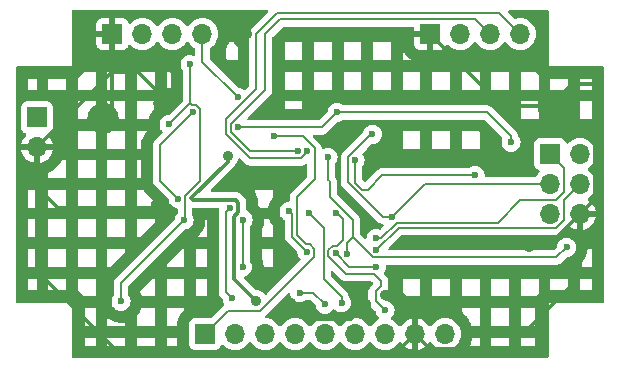
<source format=gbl>
%TF.GenerationSoftware,KiCad,Pcbnew,8.0.8*%
%TF.CreationDate,2025-02-03T21:22:42-04:00*%
%TF.ProjectId,ATMega328P-512K-Datalogger-2L,41544d65-6761-4333-9238-502d3531324b,1*%
%TF.SameCoordinates,Original*%
%TF.FileFunction,Copper,L2,Bot*%
%TF.FilePolarity,Positive*%
%FSLAX46Y46*%
G04 Gerber Fmt 4.6, Leading zero omitted, Abs format (unit mm)*
G04 Created by KiCad (PCBNEW 8.0.8) date 2025-02-03 21:22:42*
%MOMM*%
%LPD*%
G01*
G04 APERTURE LIST*
%TA.AperFunction,ComponentPad*%
%ADD10R,1.700000X1.700000*%
%TD*%
%TA.AperFunction,ComponentPad*%
%ADD11O,1.700000X1.700000*%
%TD*%
%TA.AperFunction,ViaPad*%
%ADD12C,0.600000*%
%TD*%
%TA.AperFunction,ViaPad*%
%ADD13C,0.900000*%
%TD*%
%TA.AperFunction,Conductor*%
%ADD14C,0.200000*%
%TD*%
%TA.AperFunction,Conductor*%
%ADD15C,0.350000*%
%TD*%
G04 APERTURE END LIST*
D10*
%TO.P,ICSP,1,Pin_1*%
%TO.N,/MISO*%
X168402000Y-99530000D03*
D11*
%TO.P,ICSP,2,Pin_2*%
%TO.N,/VCC*%
X170942000Y-99530000D03*
%TO.P,ICSP,3,Pin_3*%
%TO.N,/SCK*%
X168402000Y-102070000D03*
%TO.P,ICSP,4,Pin_4*%
%TO.N,/MOSI*%
X170942000Y-102070000D03*
%TO.P,ICSP,5,Pin_5*%
%TO.N,/RESET*%
X168402000Y-104610000D03*
%TO.P,ICSP,6,Pin_6*%
%TO.N,GND*%
X170942000Y-104610000D03*
%TD*%
D10*
%TO.P,BT1,1,+*%
%TO.N,/VCC*%
X124968000Y-96438000D03*
D11*
%TO.P,BT1,2,-*%
%TO.N,GND*%
X124968000Y-98978000D03*
%TD*%
D10*
%TO.P,Serial,1,Pin_1*%
%TO.N,GND*%
X158242000Y-89370000D03*
D11*
%TO.P,Serial,2,Pin_2*%
%TO.N,/VCC*%
X160782000Y-89370000D03*
%TO.P,Serial,3,Pin_3*%
%TO.N,/TX*%
X163322000Y-89370000D03*
%TO.P,Serial,4,Pin_4*%
%TO.N,/RX*%
X165862000Y-89370000D03*
%TD*%
D10*
%TO.P,GPIO,1,Pin_1*%
%TO.N,/D2*%
X139192000Y-114770000D03*
D11*
%TO.P,GPIO,2,Pin_2*%
%TO.N,/D3*%
X141732000Y-114770000D03*
%TO.P,GPIO,3,Pin_3*%
%TO.N,/D4*%
X144272000Y-114770000D03*
%TO.P,GPIO,4,Pin_4*%
%TO.N,/D5*%
X146812000Y-114770000D03*
%TO.P,GPIO,5,Pin_5*%
%TO.N,/D6*%
X149352000Y-114770000D03*
%TO.P,GPIO,6,Pin_6*%
%TO.N,/D7*%
X151892000Y-114770000D03*
%TO.P,GPIO,7,Pin_7*%
%TO.N,/D8*%
X154432000Y-114770000D03*
%TO.P,GPIO,8,Pin_8*%
%TO.N,GND*%
X156972000Y-114770000D03*
%TO.P,GPIO,9,Pin_9*%
%TO.N,/VCC*%
X159512000Y-114770000D03*
%TD*%
D10*
%TO.P,I2C,1,Pin_1*%
%TO.N,GND*%
X131350000Y-89370000D03*
D11*
%TO.P,I2C,2,Pin_2*%
%TO.N,/VCC*%
X133890000Y-89370000D03*
%TO.P,I2C,3,Pin_3*%
%TO.N,/SDA*%
X136430000Y-89370000D03*
%TO.P,I2C,4,Pin_4*%
%TO.N,/SCL*%
X138970000Y-89370000D03*
%TD*%
D12*
%TO.N,/SCK*%
X153365200Y-97866200D03*
X155041600Y-104851200D03*
D13*
%TO.N,GND*%
X147066000Y-101346000D03*
X146431000Y-112141000D03*
X136144000Y-95250000D03*
X135890000Y-104140000D03*
X142748000Y-89408000D03*
X152781000Y-112268000D03*
X141605000Y-101727000D03*
X166624000Y-107442000D03*
X168656000Y-95504000D03*
X130556000Y-96520000D03*
X154432000Y-111506000D03*
D12*
%TO.N,Net-(U1-PB6)*%
X146304000Y-104394000D03*
X150241000Y-107950000D03*
X153703000Y-109093000D03*
X147812000Y-107791211D03*
D13*
%TO.N,/VCC*%
X143510000Y-112014000D03*
X141097000Y-99695000D03*
D12*
%TO.N,/SCL*%
X138176000Y-96012000D03*
X141986000Y-94742000D03*
X136906000Y-103303000D03*
X162052000Y-101346000D03*
X151892000Y-100076000D03*
%TO.N,/SDA*%
X141986000Y-97282000D03*
X165100000Y-98552000D03*
X137414000Y-105118000D03*
X136144000Y-97028000D03*
X137922000Y-91948000D03*
X132080000Y-112014000D03*
X150368000Y-96012000D03*
%TO.N,/D2*%
X145034000Y-98044000D03*
%TO.N,/D4*%
X142408186Y-105087120D03*
X142367000Y-109093000D03*
%TO.N,/D3*%
X141287500Y-104140000D03*
X141478000Y-111760000D03*
%TO.N,/D6*%
X147193000Y-111289000D03*
X149352000Y-112268000D03*
%TO.N,/D7*%
X150749000Y-112141000D03*
X147955000Y-104521000D03*
%TO.N,/D8*%
X154432000Y-112776000D03*
X150241000Y-104521000D03*
%TO.N,/RX*%
X147866003Y-99314000D03*
%TO.N,/TX*%
X147066000Y-99314000D03*
%TO.N,/MISO*%
X153670000Y-106680000D03*
%TO.N,/RESET*%
X151221735Y-107985265D03*
X169799000Y-107442000D03*
X149606000Y-99822000D03*
%TO.N,/MOSI*%
X153670000Y-107696000D03*
%TD*%
D14*
%TO.N,/SCK*%
X154221914Y-104851200D02*
X155041600Y-104851200D01*
X151292000Y-101921286D02*
X154221914Y-104851200D01*
X151292000Y-99827471D02*
X151292000Y-101921286D01*
X153253271Y-97866200D02*
X151292000Y-99827471D01*
X153365200Y-97866200D02*
X153253271Y-97866200D01*
%TO.N,/SCL*%
X152984200Y-102539800D02*
X154178000Y-101346000D01*
X154178000Y-101346000D02*
X162052000Y-101346000D01*
X152476200Y-102539800D02*
X152984200Y-102539800D01*
X151892000Y-101955600D02*
X152476200Y-102539800D01*
X151892000Y-100076000D02*
X151892000Y-101955600D01*
%TO.N,/SCK*%
X157822800Y-102070000D02*
X155041600Y-104851200D01*
X168402000Y-102070000D02*
X157822800Y-102070000D01*
%TO.N,/MISO*%
X169552000Y-100680000D02*
X168402000Y-99530000D01*
X168878346Y-103460000D02*
X169552000Y-102786346D01*
X163981600Y-105360000D02*
X165881600Y-103460000D01*
X169552000Y-102786346D02*
X169552000Y-100680000D01*
X155440314Y-105360000D02*
X163981600Y-105360000D01*
X165881600Y-103460000D02*
X168878346Y-103460000D01*
X154120314Y-106680000D02*
X155440314Y-105360000D01*
X153670000Y-106680000D02*
X154120314Y-106680000D01*
D15*
%TO.N,GND*%
X124968000Y-98978000D02*
X124968000Y-109474000D01*
X170942000Y-104610000D02*
X170942000Y-109982000D01*
X133490000Y-92596000D02*
X136144000Y-95250000D01*
X170942000Y-109982000D02*
X164879000Y-116045000D01*
X158917000Y-90045000D02*
X158917000Y-89431877D01*
X131350000Y-92596000D02*
X133490000Y-92596000D01*
X155956000Y-111506000D02*
X154432000Y-111506000D01*
X172217000Y-93644000D02*
X170262000Y-93644000D01*
X156972000Y-112522000D02*
X155956000Y-111506000D01*
X168110000Y-107442000D02*
X166624000Y-107442000D01*
X151554000Y-113495000D02*
X152781000Y-112268000D01*
X131350000Y-92596000D02*
X131350000Y-89370000D01*
X155410000Y-116332000D02*
X156972000Y-114770000D01*
X124968000Y-98978000D02*
X131350000Y-92596000D01*
X158242000Y-89370000D02*
X158917000Y-90045000D01*
X168656000Y-95250000D02*
X168656000Y-95504000D01*
X131350000Y-95726000D02*
X131350000Y-92596000D01*
X146685000Y-101727000D02*
X147066000Y-101346000D01*
X124968000Y-102362000D02*
X126746000Y-104140000D01*
X164879000Y-116045000D02*
X158247000Y-116045000D01*
X170942000Y-104610000D02*
X168110000Y-107442000D01*
X170180000Y-93726000D02*
X168656000Y-95250000D01*
X124968000Y-98978000D02*
X124968000Y-102362000D01*
X124968000Y-109474000D02*
X131826000Y-116332000D01*
X156972000Y-114770000D02*
X156972000Y-112522000D01*
X172217000Y-93644000D02*
X172217000Y-103335000D01*
X164376000Y-95504000D02*
X168656000Y-95504000D01*
X158247000Y-116045000D02*
X156972000Y-114770000D01*
X170262000Y-93644000D02*
X170180000Y-93726000D01*
X130556000Y-96520000D02*
X131350000Y-95726000D01*
X131826000Y-116332000D02*
X155410000Y-116332000D01*
X147785000Y-113495000D02*
X151554000Y-113495000D01*
X126746000Y-104140000D02*
X135890000Y-104140000D01*
X146431000Y-112141000D02*
X147785000Y-113495000D01*
X158242000Y-89370000D02*
X164376000Y-95504000D01*
X141605000Y-101727000D02*
X146685000Y-101727000D01*
X142786000Y-89370000D02*
X142748000Y-89408000D01*
X172217000Y-103335000D02*
X170942000Y-104610000D01*
D14*
%TO.N,Net-(U1-PB6)*%
X151384000Y-109093000D02*
X153703000Y-109093000D01*
X146558000Y-104648000D02*
X146304000Y-104394000D01*
X147812000Y-107791211D02*
X146558000Y-106537211D01*
X150241000Y-107950000D02*
X151384000Y-109093000D01*
X146558000Y-106537211D02*
X146558000Y-104648000D01*
D15*
%TO.N,/VCC*%
X143510000Y-112014000D02*
X141605000Y-110109000D01*
X141605000Y-110109000D02*
X141605000Y-104865000D01*
X142012500Y-104457500D02*
X142012500Y-103649195D01*
X138031000Y-103271933D02*
X141097000Y-100205933D01*
X142012500Y-103649195D02*
X141778305Y-103415000D01*
X141778305Y-103415000D02*
X138174067Y-103415000D01*
X138174067Y-103415000D02*
X138031000Y-103271933D01*
X141605000Y-104865000D02*
X142012500Y-104457500D01*
X141097000Y-100205933D02*
X141097000Y-99695000D01*
D14*
%TO.N,/SCL*%
X138970000Y-91726000D02*
X141986000Y-94742000D01*
X135382000Y-98806000D02*
X138176000Y-96012000D01*
X135382000Y-101779000D02*
X135382000Y-98806000D01*
X136906000Y-103303000D02*
X135382000Y-101779000D01*
X138970000Y-89370000D02*
X138970000Y-91726000D01*
%TO.N,/SDA*%
X149098000Y-97282000D02*
X150368000Y-96012000D01*
X137414000Y-105118000D02*
X137506000Y-105026000D01*
X138424529Y-95412000D02*
X138084000Y-95412000D01*
X138776000Y-95763471D02*
X138424529Y-95412000D01*
X163068000Y-96012000D02*
X150368000Y-96012000D01*
X137414000Y-105118000D02*
X132080000Y-110452000D01*
X132080000Y-110452000D02*
X132080000Y-112014000D01*
X138776000Y-101784471D02*
X138776000Y-95763471D01*
X138084000Y-95412000D02*
X137922000Y-95250000D01*
X137922000Y-91948000D02*
X137922000Y-95250000D01*
X137506000Y-103054471D02*
X138776000Y-101784471D01*
X165100000Y-98552000D02*
X165100000Y-98044000D01*
X141986000Y-97282000D02*
X149098000Y-97282000D01*
X137506000Y-105026000D02*
X137506000Y-103054471D01*
X165100000Y-98044000D02*
X163068000Y-96012000D01*
X137922000Y-95250000D02*
X136144000Y-97028000D01*
%TO.N,/D2*%
X148060529Y-107191211D02*
X148412000Y-107542682D01*
X147777686Y-107191211D02*
X148060529Y-107191211D01*
X148466003Y-101654683D02*
X146958000Y-103162686D01*
X146958000Y-103162686D02*
X146958000Y-106371525D01*
X148412000Y-107542682D02*
X148412000Y-108243371D01*
X147444532Y-98044000D02*
X148466003Y-99065471D01*
X141148000Y-112814000D02*
X139192000Y-114770000D01*
X148466003Y-99065471D02*
X148466003Y-101654683D01*
X143841371Y-112814000D02*
X141148000Y-112814000D01*
X145034000Y-98044000D02*
X147444532Y-98044000D01*
X146958000Y-106371525D02*
X147777686Y-107191211D01*
X148412000Y-108243371D02*
X143841371Y-112814000D01*
%TO.N,/D4*%
X142367000Y-109093000D02*
X142408186Y-109051814D01*
X142408186Y-109051814D02*
X142408186Y-105087120D01*
%TO.N,/D3*%
X140970000Y-111252000D02*
X141478000Y-111760000D01*
X141287500Y-104140000D02*
X140970000Y-104457500D01*
X140970000Y-104457500D02*
X140970000Y-111252000D01*
%TO.N,/D6*%
X148373000Y-111289000D02*
X147193000Y-111289000D01*
X149352000Y-112268000D02*
X148373000Y-111289000D01*
%TO.N,/D7*%
X150749000Y-112141000D02*
X150749000Y-111633000D01*
X149241000Y-110125000D02*
X149241000Y-105807000D01*
X150749000Y-111633000D02*
X149241000Y-110125000D01*
X149241000Y-105807000D02*
X147955000Y-104521000D01*
%TO.N,/D8*%
X149992471Y-107350000D02*
X149641000Y-107701471D01*
X153632000Y-111174629D02*
X153632000Y-111976000D01*
X153508000Y-109693000D02*
X154100629Y-110285629D01*
X149641000Y-107701471D02*
X149641000Y-108198529D01*
X154100629Y-110706000D02*
X153632000Y-111174629D01*
X153632000Y-111976000D02*
X154432000Y-112776000D01*
X154100629Y-110285629D02*
X154100629Y-110706000D01*
X150892000Y-105045000D02*
X150892000Y-106791000D01*
X150892000Y-106791000D02*
X150333000Y-107350000D01*
X150333000Y-107350000D02*
X149992471Y-107350000D01*
X151135471Y-109693000D02*
X153508000Y-109693000D01*
X150241000Y-104521000D02*
X150368000Y-104521000D01*
X150368000Y-104521000D02*
X150892000Y-105045000D01*
X149641000Y-108198529D02*
X151135471Y-109693000D01*
%TO.N,/RX*%
X143548000Y-94028529D02*
X143548000Y-89370000D01*
X145288000Y-87630000D02*
X164122000Y-87630000D01*
X143036314Y-99914000D02*
X140986000Y-97863686D01*
X164122000Y-87630000D02*
X165862000Y-89370000D01*
X143548000Y-89370000D02*
X145288000Y-87630000D01*
X147866003Y-99314000D02*
X147866003Y-99362526D01*
X147314529Y-99914000D02*
X143036314Y-99914000D01*
X147866003Y-99362526D02*
X147314529Y-99914000D01*
X140986000Y-97863686D02*
X140986000Y-96590529D01*
X140986000Y-96590529D02*
X143548000Y-94028529D01*
%TO.N,/TX*%
X141386000Y-97698000D02*
X143002000Y-99314000D01*
X141386000Y-97033471D02*
X144272000Y-94147471D01*
X144272000Y-94147471D02*
X144272000Y-89408000D01*
X144272000Y-89408000D02*
X145542000Y-88138000D01*
X145542000Y-88138000D02*
X162090000Y-88138000D01*
X141386000Y-97033471D02*
X141386000Y-97698000D01*
X143002000Y-99314000D02*
X147066000Y-99314000D01*
X162090000Y-88138000D02*
X163322000Y-89370000D01*
%TO.N,/RESET*%
X151721735Y-105153206D02*
X151721735Y-106596265D01*
X151721735Y-106596265D02*
X153421471Y-108296000D01*
X149733000Y-101854000D02*
X149733000Y-103164471D01*
X149606000Y-101727000D02*
X149733000Y-101854000D01*
X149606000Y-99822000D02*
X149606000Y-101727000D01*
X151221735Y-107985265D02*
X151221735Y-107096265D01*
X168945000Y-108296000D02*
X169799000Y-107442000D01*
X153421471Y-108296000D02*
X168945000Y-108296000D01*
X151221735Y-107096265D02*
X151721735Y-106596265D01*
X149733000Y-103164471D02*
X151721735Y-105153206D01*
%TO.N,/MOSI*%
X155606000Y-105760000D02*
X168878346Y-105760000D01*
X169552000Y-103460000D02*
X170942000Y-102070000D01*
X153670000Y-107696000D02*
X155606000Y-105760000D01*
X168878346Y-105760000D02*
X169552000Y-105086346D01*
X169552000Y-105086346D02*
X169552000Y-103460000D01*
%TD*%
%TA.AperFunction,Conductor*%
%TO.N,GND*%
G36*
X144505941Y-87350185D02*
G01*
X144551696Y-87402989D01*
X144561640Y-87472147D01*
X144532615Y-87535703D01*
X144526583Y-87542181D01*
X143067481Y-89001282D01*
X143067479Y-89001284D01*
X143052059Y-89027993D01*
X143045541Y-89039284D01*
X142988423Y-89138215D01*
X142947499Y-89290943D01*
X142947499Y-89290945D01*
X142947499Y-89459046D01*
X142947500Y-89459059D01*
X142947500Y-93728432D01*
X142927815Y-93795471D01*
X142911181Y-93816113D01*
X142636085Y-94091208D01*
X142574762Y-94124693D01*
X142505070Y-94119709D01*
X142482432Y-94108521D01*
X142335521Y-94016210D01*
X142165249Y-93956630D01*
X142078330Y-93946837D01*
X142013916Y-93919770D01*
X142004533Y-93911298D01*
X139606819Y-91513584D01*
X139573334Y-91452261D01*
X139570500Y-91425903D01*
X139570500Y-90664601D01*
X140930500Y-90664601D01*
X140930500Y-91425881D01*
X141085119Y-91580500D01*
X141949500Y-91580500D01*
X141949500Y-90469891D01*
X141938202Y-90461360D01*
X141773852Y-90311535D01*
X141758436Y-90294625D01*
X141624414Y-90117152D01*
X141612368Y-90097696D01*
X141602810Y-90078500D01*
X141211505Y-90078500D01*
X141202259Y-90113008D01*
X141200744Y-90118205D01*
X141190895Y-90149440D01*
X141189154Y-90154568D01*
X141174253Y-90195500D01*
X141172295Y-90200535D01*
X141159777Y-90230756D01*
X141157598Y-90235708D01*
X141039328Y-90489337D01*
X141036936Y-90494188D01*
X141021829Y-90523209D01*
X141019229Y-90527949D01*
X140997451Y-90565673D01*
X140994642Y-90570302D01*
X140977050Y-90597916D01*
X140974044Y-90602415D01*
X140930500Y-90664601D01*
X139570500Y-90664601D01*
X139570500Y-90659090D01*
X139590185Y-90592051D01*
X139642101Y-90546706D01*
X139647830Y-90544035D01*
X139841401Y-90408495D01*
X140008495Y-90241401D01*
X140144035Y-90047830D01*
X140243903Y-89833663D01*
X140305063Y-89605408D01*
X140325659Y-89370000D01*
X140305063Y-89134592D01*
X140243903Y-88906337D01*
X140144035Y-88692171D01*
X140138425Y-88684158D01*
X140008494Y-88498597D01*
X139841402Y-88331506D01*
X139841395Y-88331501D01*
X139647834Y-88195967D01*
X139647830Y-88195965D01*
X139647828Y-88195964D01*
X139433663Y-88096097D01*
X139433659Y-88096096D01*
X139433655Y-88096094D01*
X139205413Y-88034938D01*
X139205403Y-88034936D01*
X138970001Y-88014341D01*
X138969999Y-88014341D01*
X138734596Y-88034936D01*
X138734586Y-88034938D01*
X138506344Y-88096094D01*
X138506335Y-88096098D01*
X138292171Y-88195964D01*
X138292169Y-88195965D01*
X138098597Y-88331505D01*
X137931505Y-88498597D01*
X137801575Y-88684158D01*
X137746998Y-88727783D01*
X137677500Y-88734977D01*
X137615145Y-88703454D01*
X137598425Y-88684158D01*
X137468494Y-88498597D01*
X137301402Y-88331506D01*
X137301395Y-88331501D01*
X137107834Y-88195967D01*
X137107830Y-88195965D01*
X137107828Y-88195964D01*
X136893663Y-88096097D01*
X136893659Y-88096096D01*
X136893655Y-88096094D01*
X136665413Y-88034938D01*
X136665403Y-88034936D01*
X136430001Y-88014341D01*
X136429999Y-88014341D01*
X136194596Y-88034936D01*
X136194586Y-88034938D01*
X135966344Y-88096094D01*
X135966335Y-88096098D01*
X135752171Y-88195964D01*
X135752169Y-88195965D01*
X135558597Y-88331505D01*
X135391505Y-88498597D01*
X135261575Y-88684158D01*
X135206998Y-88727783D01*
X135137500Y-88734977D01*
X135075145Y-88703454D01*
X135058425Y-88684158D01*
X134928494Y-88498597D01*
X134761402Y-88331506D01*
X134761395Y-88331501D01*
X134567834Y-88195967D01*
X134567830Y-88195965D01*
X134567828Y-88195964D01*
X134353663Y-88096097D01*
X134353659Y-88096096D01*
X134353655Y-88096094D01*
X134125413Y-88034938D01*
X134125403Y-88034936D01*
X133890001Y-88014341D01*
X133889999Y-88014341D01*
X133654596Y-88034936D01*
X133654586Y-88034938D01*
X133426344Y-88096094D01*
X133426335Y-88096098D01*
X133212171Y-88195964D01*
X133212169Y-88195965D01*
X133018600Y-88331503D01*
X132896284Y-88453819D01*
X132834961Y-88487303D01*
X132765269Y-88482319D01*
X132709336Y-88440447D01*
X132692421Y-88409470D01*
X132643354Y-88277913D01*
X132643350Y-88277906D01*
X132557190Y-88162812D01*
X132557187Y-88162809D01*
X132442093Y-88076649D01*
X132442086Y-88076645D01*
X132307379Y-88026403D01*
X132307372Y-88026401D01*
X132247844Y-88020000D01*
X131600000Y-88020000D01*
X131600000Y-88936988D01*
X131542993Y-88904075D01*
X131415826Y-88870000D01*
X131284174Y-88870000D01*
X131157007Y-88904075D01*
X131100000Y-88936988D01*
X131100000Y-88020000D01*
X130452155Y-88020000D01*
X130392627Y-88026401D01*
X130392620Y-88026403D01*
X130257913Y-88076645D01*
X130257906Y-88076649D01*
X130142812Y-88162809D01*
X130142809Y-88162812D01*
X130056649Y-88277906D01*
X130056645Y-88277913D01*
X130006403Y-88412620D01*
X130006401Y-88412627D01*
X130000000Y-88472155D01*
X130000000Y-89120000D01*
X130916988Y-89120000D01*
X130884075Y-89177007D01*
X130850000Y-89304174D01*
X130850000Y-89435826D01*
X130884075Y-89562993D01*
X130916988Y-89620000D01*
X130000000Y-89620000D01*
X130000000Y-90267844D01*
X130006401Y-90327372D01*
X130006403Y-90327379D01*
X130056645Y-90462086D01*
X130056649Y-90462093D01*
X130142809Y-90577187D01*
X130142812Y-90577190D01*
X130257906Y-90663350D01*
X130257913Y-90663354D01*
X130392620Y-90713596D01*
X130392627Y-90713598D01*
X130452155Y-90719999D01*
X130452172Y-90720000D01*
X131100000Y-90720000D01*
X131100000Y-89803012D01*
X131157007Y-89835925D01*
X131284174Y-89870000D01*
X131415826Y-89870000D01*
X131542993Y-89835925D01*
X131600000Y-89803012D01*
X131600000Y-90720000D01*
X132247828Y-90720000D01*
X132247844Y-90719999D01*
X132307372Y-90713598D01*
X132307379Y-90713596D01*
X132442086Y-90663354D01*
X132442093Y-90663350D01*
X132557187Y-90577190D01*
X132557190Y-90577187D01*
X132643350Y-90462093D01*
X132643354Y-90462086D01*
X132692422Y-90330529D01*
X132734293Y-90274595D01*
X132799757Y-90250178D01*
X132868030Y-90265030D01*
X132896285Y-90286181D01*
X133018599Y-90408495D01*
X133115384Y-90476265D01*
X133212165Y-90544032D01*
X133212167Y-90544033D01*
X133212170Y-90544035D01*
X133426337Y-90643903D01*
X133654592Y-90705063D01*
X133825319Y-90720000D01*
X133889999Y-90725659D01*
X133890000Y-90725659D01*
X133890001Y-90725659D01*
X133954681Y-90720000D01*
X134125408Y-90705063D01*
X134353663Y-90643903D01*
X134567830Y-90544035D01*
X134761401Y-90408495D01*
X134928495Y-90241401D01*
X135058425Y-90055842D01*
X135113002Y-90012217D01*
X135182500Y-90005023D01*
X135244855Y-90036546D01*
X135261575Y-90055842D01*
X135391500Y-90241395D01*
X135391505Y-90241401D01*
X135558599Y-90408495D01*
X135655384Y-90476265D01*
X135752165Y-90544032D01*
X135752167Y-90544033D01*
X135752170Y-90544035D01*
X135966337Y-90643903D01*
X136194592Y-90705063D01*
X136365319Y-90720000D01*
X136429999Y-90725659D01*
X136430000Y-90725659D01*
X136430001Y-90725659D01*
X136494681Y-90720000D01*
X136665408Y-90705063D01*
X136893663Y-90643903D01*
X137107830Y-90544035D01*
X137301401Y-90408495D01*
X137468495Y-90241401D01*
X137598425Y-90055842D01*
X137653002Y-90012217D01*
X137722500Y-90005023D01*
X137784855Y-90036546D01*
X137801575Y-90055842D01*
X137931500Y-90241395D01*
X137931505Y-90241401D01*
X138098599Y-90408495D01*
X138195384Y-90476265D01*
X138292165Y-90544032D01*
X138292167Y-90544033D01*
X138292170Y-90544035D01*
X138297898Y-90546706D01*
X138350339Y-90592872D01*
X138369500Y-90659090D01*
X138369500Y-91081732D01*
X138349815Y-91148771D01*
X138297011Y-91194526D01*
X138227853Y-91204470D01*
X138204546Y-91198774D01*
X138101257Y-91162632D01*
X138101249Y-91162630D01*
X137922004Y-91142435D01*
X137921996Y-91142435D01*
X137742750Y-91162630D01*
X137742745Y-91162631D01*
X137572476Y-91222211D01*
X137419737Y-91318184D01*
X137292184Y-91445737D01*
X137196211Y-91598476D01*
X137136631Y-91768745D01*
X137136630Y-91768750D01*
X137116435Y-91947996D01*
X137116435Y-91948003D01*
X137136630Y-92127249D01*
X137136631Y-92127254D01*
X137196211Y-92297523D01*
X137292185Y-92450263D01*
X137294445Y-92453097D01*
X137295334Y-92455275D01*
X137295889Y-92456158D01*
X137295734Y-92456255D01*
X137320855Y-92517783D01*
X137321500Y-92530412D01*
X137321500Y-94949902D01*
X137301815Y-95016941D01*
X137285181Y-95037583D01*
X136125465Y-96197298D01*
X136064142Y-96230783D01*
X136051668Y-96232837D01*
X135964750Y-96242630D01*
X135794478Y-96302210D01*
X135641737Y-96398184D01*
X135514184Y-96525737D01*
X135418211Y-96678476D01*
X135358631Y-96848745D01*
X135358630Y-96848750D01*
X135338435Y-97027996D01*
X135338435Y-97028003D01*
X135358630Y-97207249D01*
X135358631Y-97207254D01*
X135418211Y-97377523D01*
X135486348Y-97485961D01*
X135514184Y-97530262D01*
X135547400Y-97563478D01*
X135573662Y-97589740D01*
X135607146Y-97651064D01*
X135602161Y-97720755D01*
X135573661Y-97765102D01*
X135013286Y-98325478D01*
X134901481Y-98437282D01*
X134901479Y-98437285D01*
X134855631Y-98516698D01*
X134855630Y-98516699D01*
X134822423Y-98574214D01*
X134822423Y-98574215D01*
X134781499Y-98726943D01*
X134781499Y-98726945D01*
X134781499Y-98895046D01*
X134781500Y-98895059D01*
X134781500Y-101692330D01*
X134781499Y-101692348D01*
X134781499Y-101858054D01*
X134781498Y-101858054D01*
X134805198Y-101946500D01*
X134822423Y-102010785D01*
X134825578Y-102016250D01*
X134825580Y-102016256D01*
X134825582Y-102016256D01*
X134901477Y-102147712D01*
X134901481Y-102147717D01*
X135020349Y-102266585D01*
X135020355Y-102266590D01*
X136075298Y-103321533D01*
X136108783Y-103382856D01*
X136110837Y-103395330D01*
X136120630Y-103482249D01*
X136180210Y-103652521D01*
X136234502Y-103738926D01*
X136276184Y-103805262D01*
X136403738Y-103932816D01*
X136444840Y-103958642D01*
X136553326Y-104026809D01*
X136556478Y-104028789D01*
X136726745Y-104088368D01*
X136795384Y-104096101D01*
X136859796Y-104123166D01*
X136899352Y-104180760D01*
X136905500Y-104219321D01*
X136905500Y-104443060D01*
X136885815Y-104510099D01*
X136869181Y-104530741D01*
X136784184Y-104615737D01*
X136688210Y-104768478D01*
X136628630Y-104938750D01*
X136618837Y-105025668D01*
X136591770Y-105090082D01*
X136583298Y-105099465D01*
X131711286Y-109971478D01*
X131599481Y-110083282D01*
X131599479Y-110083285D01*
X131549361Y-110170094D01*
X131549359Y-110170096D01*
X131520425Y-110220209D01*
X131520424Y-110220210D01*
X131520423Y-110220215D01*
X131479499Y-110372943D01*
X131479499Y-110372945D01*
X131479499Y-110541046D01*
X131479500Y-110541059D01*
X131479500Y-111431587D01*
X131459815Y-111498626D01*
X131452450Y-111508896D01*
X131450186Y-111511734D01*
X131354211Y-111664476D01*
X131294631Y-111834745D01*
X131294630Y-111834750D01*
X131274435Y-112013996D01*
X131274435Y-112014003D01*
X131294630Y-112193249D01*
X131294631Y-112193254D01*
X131354211Y-112363523D01*
X131412646Y-112456521D01*
X131450184Y-112516262D01*
X131577738Y-112643816D01*
X131668080Y-112700582D01*
X131730124Y-112739567D01*
X131730478Y-112739789D01*
X131886927Y-112794533D01*
X131900745Y-112799368D01*
X131900750Y-112799369D01*
X132079996Y-112819565D01*
X132080000Y-112819565D01*
X132080004Y-112819565D01*
X132259249Y-112799369D01*
X132259252Y-112799368D01*
X132259255Y-112799368D01*
X132429522Y-112739789D01*
X132582262Y-112643816D01*
X132709816Y-112516262D01*
X132805789Y-112363522D01*
X132865368Y-112193255D01*
X132865369Y-112193249D01*
X132885565Y-112014003D01*
X132885565Y-112013996D01*
X132865369Y-111834750D01*
X132865368Y-111834745D01*
X132850228Y-111791478D01*
X132805789Y-111664478D01*
X132789615Y-111638738D01*
X132753022Y-111580500D01*
X132709816Y-111511738D01*
X132709814Y-111511736D01*
X132709813Y-111511734D01*
X132707550Y-111508896D01*
X132706659Y-111506715D01*
X132706111Y-111505842D01*
X132706264Y-111505745D01*
X132681144Y-111444209D01*
X132680500Y-111431587D01*
X132680500Y-111114117D01*
X133678500Y-111114117D01*
X133678500Y-111179942D01*
X133689608Y-111200041D01*
X133692801Y-111206221D01*
X133717105Y-111256688D01*
X133719945Y-111263035D01*
X133736053Y-111301921D01*
X133738535Y-111308422D01*
X133816616Y-111531566D01*
X133818728Y-111538193D01*
X133830381Y-111578642D01*
X133830860Y-111580500D01*
X134932500Y-111580500D01*
X135930500Y-111580500D01*
X137432500Y-111580500D01*
X138430500Y-111580500D01*
X139403131Y-111580500D01*
X139397048Y-111557798D01*
X139395206Y-111549895D01*
X139385628Y-111501743D01*
X139384306Y-111493741D01*
X139375773Y-111428941D01*
X139374978Y-111420864D01*
X139371765Y-111371854D01*
X139371499Y-111363742D01*
X139371499Y-111144585D01*
X139371500Y-111144546D01*
X139371500Y-110078500D01*
X138430500Y-110078500D01*
X138430500Y-111580500D01*
X137432500Y-111580500D01*
X137432500Y-110078500D01*
X135930500Y-110078500D01*
X135930500Y-111580500D01*
X134932500Y-111580500D01*
X134932500Y-110078500D01*
X134714117Y-110078500D01*
X133678500Y-111114117D01*
X132680500Y-111114117D01*
X132680500Y-110752096D01*
X132700185Y-110685057D01*
X132716814Y-110664420D01*
X134519118Y-108862116D01*
X135930500Y-108862116D01*
X135930500Y-109080500D01*
X137432500Y-109080500D01*
X138430500Y-109080500D01*
X139371500Y-109080500D01*
X139371500Y-107578500D01*
X138430500Y-107578500D01*
X138430500Y-109080500D01*
X137432500Y-109080500D01*
X137432500Y-107578500D01*
X137214116Y-107578500D01*
X135930500Y-108862116D01*
X134519118Y-108862116D01*
X136800733Y-106580500D01*
X138466880Y-106580500D01*
X139371500Y-106580500D01*
X139371500Y-105088500D01*
X139217523Y-105088500D01*
X139217565Y-105089993D01*
X139217565Y-105146007D01*
X139217370Y-105152961D01*
X139215010Y-105194979D01*
X139214425Y-105201908D01*
X139187958Y-105436820D01*
X139186986Y-105443707D01*
X139179938Y-105485191D01*
X139178582Y-105492011D01*
X139166119Y-105546621D01*
X139164381Y-105553358D01*
X139152728Y-105593807D01*
X139150616Y-105600434D01*
X139072535Y-105823578D01*
X139070053Y-105830079D01*
X139053945Y-105868965D01*
X139051105Y-105875312D01*
X139026801Y-105925779D01*
X139023608Y-105931959D01*
X139003252Y-105968790D01*
X138999719Y-105974780D01*
X138873944Y-106174948D01*
X138870078Y-106180733D01*
X138845720Y-106215061D01*
X138841538Y-106220618D01*
X138806614Y-106264410D01*
X138802127Y-106269724D01*
X138774087Y-106301100D01*
X138769309Y-106306153D01*
X138602153Y-106473309D01*
X138597100Y-106478087D01*
X138565724Y-106506127D01*
X138560410Y-106510614D01*
X138516618Y-106545538D01*
X138511061Y-106549720D01*
X138476733Y-106574078D01*
X138470948Y-106577944D01*
X138466880Y-106580500D01*
X136800733Y-106580500D01*
X137432535Y-105948698D01*
X137493856Y-105915215D01*
X137506311Y-105913163D01*
X137593255Y-105903368D01*
X137763522Y-105843789D01*
X137916262Y-105747816D01*
X138043816Y-105620262D01*
X138139789Y-105467522D01*
X138199368Y-105297255D01*
X138199369Y-105297249D01*
X138219565Y-105118003D01*
X138219565Y-105117996D01*
X138199369Y-104938750D01*
X138199366Y-104938737D01*
X138139790Y-104768481D01*
X138139789Y-104768478D01*
X138125505Y-104745745D01*
X138106500Y-104679775D01*
X138106500Y-104214500D01*
X138126185Y-104147461D01*
X138178989Y-104101706D01*
X138230500Y-104090500D01*
X138240598Y-104090500D01*
X140285054Y-104090500D01*
X140352093Y-104110185D01*
X140397848Y-104162989D01*
X140407792Y-104232147D01*
X140404830Y-104246584D01*
X140369499Y-104378443D01*
X140369499Y-104378445D01*
X140369499Y-104546546D01*
X140369500Y-104546559D01*
X140369500Y-111165330D01*
X140369499Y-111165348D01*
X140369499Y-111331054D01*
X140369498Y-111331054D01*
X140369499Y-111331057D01*
X140407995Y-111474725D01*
X140410423Y-111483784D01*
X140410423Y-111483785D01*
X140414298Y-111490498D01*
X140414300Y-111490500D01*
X140489477Y-111620712D01*
X140489481Y-111620717D01*
X140608349Y-111739585D01*
X140608355Y-111739590D01*
X140647298Y-111778533D01*
X140680783Y-111839856D01*
X140682837Y-111852330D01*
X140692630Y-111939249D01*
X140752210Y-112109522D01*
X140796467Y-112179956D01*
X140815467Y-112247193D01*
X140795099Y-112314028D01*
X140779154Y-112333609D01*
X139729582Y-113383181D01*
X139668259Y-113416666D01*
X139641901Y-113419500D01*
X138294129Y-113419500D01*
X138294123Y-113419501D01*
X138234516Y-113425908D01*
X138099671Y-113476202D01*
X138099664Y-113476206D01*
X137984455Y-113562452D01*
X137984452Y-113562455D01*
X137898206Y-113677664D01*
X137898202Y-113677671D01*
X137847908Y-113812517D01*
X137841501Y-113872116D01*
X137841500Y-113872135D01*
X137841500Y-115667870D01*
X137841501Y-115667876D01*
X137847908Y-115727483D01*
X137898202Y-115862328D01*
X137898206Y-115862335D01*
X137984452Y-115977544D01*
X137984455Y-115977547D01*
X138099664Y-116063793D01*
X138099671Y-116063797D01*
X138234517Y-116114091D01*
X138234516Y-116114091D01*
X138241444Y-116114835D01*
X138294127Y-116120500D01*
X140089872Y-116120499D01*
X140149483Y-116114091D01*
X140284331Y-116063796D01*
X140399546Y-115977546D01*
X140485796Y-115862331D01*
X140534810Y-115730916D01*
X140576681Y-115674984D01*
X140642145Y-115650566D01*
X140710418Y-115665417D01*
X140738673Y-115686569D01*
X140860599Y-115808495D01*
X140957384Y-115876265D01*
X141054165Y-115944032D01*
X141054167Y-115944033D01*
X141054170Y-115944035D01*
X141268337Y-116043903D01*
X141496592Y-116105063D01*
X141673034Y-116120500D01*
X141731999Y-116125659D01*
X141732000Y-116125659D01*
X141732001Y-116125659D01*
X141790966Y-116120500D01*
X141967408Y-116105063D01*
X142195663Y-116043903D01*
X142409830Y-115944035D01*
X142603401Y-115808495D01*
X142770495Y-115641401D01*
X142900425Y-115455842D01*
X142955002Y-115412217D01*
X143024500Y-115405023D01*
X143086855Y-115436546D01*
X143103575Y-115455842D01*
X143233500Y-115641395D01*
X143233505Y-115641401D01*
X143400599Y-115808495D01*
X143497384Y-115876265D01*
X143594165Y-115944032D01*
X143594167Y-115944033D01*
X143594170Y-115944035D01*
X143808337Y-116043903D01*
X144036592Y-116105063D01*
X144213034Y-116120500D01*
X144271999Y-116125659D01*
X144272000Y-116125659D01*
X144272001Y-116125659D01*
X144330966Y-116120500D01*
X144507408Y-116105063D01*
X144735663Y-116043903D01*
X144949830Y-115944035D01*
X145143401Y-115808495D01*
X145310495Y-115641401D01*
X145440425Y-115455842D01*
X145495002Y-115412217D01*
X145564500Y-115405023D01*
X145626855Y-115436546D01*
X145643575Y-115455842D01*
X145773500Y-115641395D01*
X145773505Y-115641401D01*
X145940599Y-115808495D01*
X146037384Y-115876265D01*
X146134165Y-115944032D01*
X146134167Y-115944033D01*
X146134170Y-115944035D01*
X146348337Y-116043903D01*
X146576592Y-116105063D01*
X146753034Y-116120500D01*
X146811999Y-116125659D01*
X146812000Y-116125659D01*
X146812001Y-116125659D01*
X146870966Y-116120500D01*
X147047408Y-116105063D01*
X147275663Y-116043903D01*
X147489830Y-115944035D01*
X147683401Y-115808495D01*
X147850495Y-115641401D01*
X147980425Y-115455842D01*
X148035002Y-115412217D01*
X148104500Y-115405023D01*
X148166855Y-115436546D01*
X148183575Y-115455842D01*
X148313500Y-115641395D01*
X148313505Y-115641401D01*
X148480599Y-115808495D01*
X148577384Y-115876265D01*
X148674165Y-115944032D01*
X148674167Y-115944033D01*
X148674170Y-115944035D01*
X148888337Y-116043903D01*
X149116592Y-116105063D01*
X149293034Y-116120500D01*
X149351999Y-116125659D01*
X149352000Y-116125659D01*
X149352001Y-116125659D01*
X149410966Y-116120500D01*
X149587408Y-116105063D01*
X149815663Y-116043903D01*
X150029830Y-115944035D01*
X150223401Y-115808495D01*
X150390495Y-115641401D01*
X150520425Y-115455842D01*
X150575002Y-115412217D01*
X150644500Y-115405023D01*
X150706855Y-115436546D01*
X150723575Y-115455842D01*
X150853500Y-115641395D01*
X150853505Y-115641401D01*
X151020599Y-115808495D01*
X151117384Y-115876265D01*
X151214165Y-115944032D01*
X151214167Y-115944033D01*
X151214170Y-115944035D01*
X151428337Y-116043903D01*
X151656592Y-116105063D01*
X151833034Y-116120500D01*
X151891999Y-116125659D01*
X151892000Y-116125659D01*
X151892001Y-116125659D01*
X151950966Y-116120500D01*
X152127408Y-116105063D01*
X152355663Y-116043903D01*
X152569830Y-115944035D01*
X152763401Y-115808495D01*
X152930495Y-115641401D01*
X153060425Y-115455842D01*
X153115002Y-115412217D01*
X153184500Y-115405023D01*
X153246855Y-115436546D01*
X153263575Y-115455842D01*
X153393500Y-115641395D01*
X153393505Y-115641401D01*
X153560599Y-115808495D01*
X153657384Y-115876265D01*
X153754165Y-115944032D01*
X153754167Y-115944033D01*
X153754170Y-115944035D01*
X153968337Y-116043903D01*
X154196592Y-116105063D01*
X154373034Y-116120500D01*
X154431999Y-116125659D01*
X154432000Y-116125659D01*
X154432001Y-116125659D01*
X154490966Y-116120500D01*
X154667408Y-116105063D01*
X154895663Y-116043903D01*
X155109830Y-115944035D01*
X155303401Y-115808495D01*
X155470495Y-115641401D01*
X155600730Y-115455405D01*
X155655307Y-115411781D01*
X155724805Y-115404587D01*
X155787160Y-115436110D01*
X155803879Y-115455405D01*
X155933890Y-115641078D01*
X156100917Y-115808105D01*
X156294421Y-115943600D01*
X156508507Y-116043429D01*
X156508516Y-116043433D01*
X156722000Y-116100634D01*
X156722000Y-115203012D01*
X156779007Y-115235925D01*
X156906174Y-115270000D01*
X157037826Y-115270000D01*
X157164993Y-115235925D01*
X157222000Y-115203012D01*
X157222000Y-116100633D01*
X157435483Y-116043433D01*
X157435492Y-116043429D01*
X157649578Y-115943600D01*
X157843082Y-115808105D01*
X158010105Y-115641082D01*
X158140119Y-115455405D01*
X158194696Y-115411781D01*
X158264195Y-115404588D01*
X158326549Y-115436110D01*
X158343269Y-115455405D01*
X158473505Y-115641401D01*
X158640599Y-115808495D01*
X158737384Y-115876265D01*
X158834165Y-115944032D01*
X158834167Y-115944033D01*
X158834170Y-115944035D01*
X159048337Y-116043903D01*
X159276592Y-116105063D01*
X159453034Y-116120500D01*
X159511999Y-116125659D01*
X159512000Y-116125659D01*
X159512001Y-116125659D01*
X159570966Y-116120500D01*
X159747408Y-116105063D01*
X159975663Y-116043903D01*
X160189830Y-115944035D01*
X160379109Y-115811500D01*
X161617624Y-115811500D01*
X162432500Y-115811500D01*
X163430500Y-115811500D01*
X164932500Y-115811500D01*
X165930500Y-115811500D01*
X167151000Y-115811500D01*
X167151000Y-115078500D01*
X165930500Y-115078500D01*
X165930500Y-115811500D01*
X164932500Y-115811500D01*
X164932500Y-115078500D01*
X163430500Y-115078500D01*
X163430500Y-115811500D01*
X162432500Y-115811500D01*
X162432500Y-115078500D01*
X161842480Y-115078500D01*
X161839367Y-115114085D01*
X161838778Y-115119461D01*
X161834507Y-115151904D01*
X161833684Y-115157251D01*
X161826121Y-115200146D01*
X161825066Y-115205454D01*
X161817981Y-115237412D01*
X161816695Y-115242666D01*
X161744259Y-115513008D01*
X161742744Y-115518205D01*
X161732895Y-115549440D01*
X161731154Y-115554568D01*
X161716253Y-115595500D01*
X161714295Y-115600535D01*
X161701777Y-115630756D01*
X161699598Y-115635708D01*
X161617624Y-115811500D01*
X160379109Y-115811500D01*
X160383401Y-115808495D01*
X160550495Y-115641401D01*
X160686035Y-115447830D01*
X160785903Y-115233663D01*
X160847063Y-115005408D01*
X160867659Y-114770000D01*
X160847063Y-114534592D01*
X160785903Y-114306337D01*
X160686035Y-114092171D01*
X160680731Y-114084595D01*
X160550494Y-113898597D01*
X160383402Y-113731506D01*
X160383395Y-113731501D01*
X160189834Y-113595967D01*
X160189830Y-113595965D01*
X160189821Y-113595961D01*
X159975663Y-113496097D01*
X159975659Y-113496096D01*
X159975655Y-113496094D01*
X159747413Y-113434938D01*
X159747403Y-113434936D01*
X159512001Y-113414341D01*
X159511999Y-113414341D01*
X159276596Y-113434936D01*
X159276586Y-113434938D01*
X159048344Y-113496094D01*
X159048335Y-113496098D01*
X158834171Y-113595964D01*
X158834169Y-113595965D01*
X158640597Y-113731505D01*
X158473508Y-113898594D01*
X158343269Y-114084595D01*
X158288692Y-114128219D01*
X158219193Y-114135412D01*
X158156839Y-114103890D01*
X158140119Y-114084594D01*
X158010113Y-113898926D01*
X158010108Y-113898920D01*
X157843082Y-113731894D01*
X157649578Y-113596399D01*
X157435492Y-113496570D01*
X157435486Y-113496567D01*
X157222000Y-113439364D01*
X157222000Y-114336988D01*
X157164993Y-114304075D01*
X157037826Y-114270000D01*
X156906174Y-114270000D01*
X156779007Y-114304075D01*
X156722000Y-114336988D01*
X156722000Y-113439364D01*
X156721999Y-113439364D01*
X156508513Y-113496567D01*
X156508507Y-113496570D01*
X156294422Y-113596399D01*
X156294420Y-113596400D01*
X156100926Y-113731886D01*
X156100920Y-113731891D01*
X155933891Y-113898920D01*
X155933890Y-113898922D01*
X155803880Y-114084595D01*
X155749303Y-114128219D01*
X155679804Y-114135412D01*
X155617450Y-114103890D01*
X155600730Y-114084594D01*
X155470494Y-113898597D01*
X155303402Y-113731506D01*
X155303395Y-113731501D01*
X155109834Y-113595967D01*
X155087383Y-113585498D01*
X155037966Y-113562454D01*
X155020913Y-113554502D01*
X154968474Y-113508329D01*
X154949323Y-113441135D01*
X154969539Y-113374254D01*
X154985629Y-113354448D01*
X155061816Y-113278262D01*
X155157789Y-113125522D01*
X155217368Y-112955255D01*
X155217621Y-112953012D01*
X155224016Y-112896254D01*
X160930500Y-112896254D01*
X160973678Y-112926488D01*
X160978042Y-112929689D01*
X161004022Y-112949625D01*
X161008243Y-112953012D01*
X161041610Y-112981012D01*
X161045678Y-112984580D01*
X161069794Y-113006680D01*
X161073698Y-113010418D01*
X161271590Y-113208309D01*
X161275330Y-113212216D01*
X161297449Y-113236354D01*
X161301020Y-113240426D01*
X161329018Y-113273795D01*
X161332403Y-113278012D01*
X161352323Y-113303973D01*
X161355521Y-113308335D01*
X161516040Y-113537581D01*
X161519046Y-113542080D01*
X161536628Y-113569679D01*
X161539433Y-113574301D01*
X161561212Y-113612022D01*
X161563814Y-113616765D01*
X161578930Y-113645801D01*
X161581324Y-113650655D01*
X161699598Y-113904292D01*
X161701777Y-113909244D01*
X161714295Y-113939465D01*
X161716253Y-113944500D01*
X161731154Y-113985432D01*
X161732895Y-113990560D01*
X161742744Y-114021795D01*
X161744259Y-114026992D01*
X161758596Y-114080500D01*
X162432500Y-114080500D01*
X163430500Y-114080500D01*
X164932500Y-114080500D01*
X165930500Y-114080500D01*
X167151000Y-114080500D01*
X167151000Y-112578500D01*
X165930500Y-112578500D01*
X165930500Y-114080500D01*
X164932500Y-114080500D01*
X164932500Y-112578500D01*
X163430500Y-112578500D01*
X163430500Y-114080500D01*
X162432500Y-114080500D01*
X162432500Y-112578500D01*
X160930500Y-112578500D01*
X160930500Y-112896254D01*
X155224016Y-112896254D01*
X155237565Y-112776003D01*
X155237565Y-112775996D01*
X155217369Y-112596750D01*
X155217368Y-112596745D01*
X155170773Y-112463585D01*
X155157789Y-112426478D01*
X155061816Y-112273738D01*
X154934262Y-112146184D01*
X154926005Y-112140996D01*
X154781521Y-112050210D01*
X154611249Y-111990630D01*
X154524330Y-111980837D01*
X154459916Y-111953770D01*
X154450533Y-111945298D01*
X154268819Y-111763584D01*
X154235334Y-111702261D01*
X154232500Y-111675903D01*
X154232500Y-111580500D01*
X155930500Y-111580500D01*
X157432500Y-111580500D01*
X158430500Y-111580500D01*
X159932500Y-111580500D01*
X160930500Y-111580500D01*
X162432500Y-111580500D01*
X163430500Y-111580500D01*
X164932500Y-111580500D01*
X165930500Y-111580500D01*
X167245924Y-111580500D01*
X167432500Y-111393924D01*
X167432500Y-111017000D01*
X168430500Y-111017000D01*
X169932500Y-111017000D01*
X170930500Y-111017000D01*
X171983500Y-111017000D01*
X171983500Y-110078500D01*
X170930500Y-110078500D01*
X170930500Y-111017000D01*
X169932500Y-111017000D01*
X169932500Y-110078500D01*
X168430500Y-110078500D01*
X168430500Y-111017000D01*
X167432500Y-111017000D01*
X167432500Y-110078500D01*
X165930500Y-110078500D01*
X165930500Y-111580500D01*
X164932500Y-111580500D01*
X164932500Y-110078500D01*
X163430500Y-110078500D01*
X163430500Y-111580500D01*
X162432500Y-111580500D01*
X162432500Y-110078500D01*
X160930500Y-110078500D01*
X160930500Y-111580500D01*
X159932500Y-111580500D01*
X159932500Y-110078500D01*
X158430500Y-110078500D01*
X158430500Y-111580500D01*
X157432500Y-111580500D01*
X157432500Y-110078500D01*
X155930500Y-110078500D01*
X155930500Y-111580500D01*
X154232500Y-111580500D01*
X154232500Y-111474725D01*
X154252185Y-111407686D01*
X154268815Y-111387048D01*
X154459135Y-111196727D01*
X154459140Y-111196724D01*
X154469343Y-111186520D01*
X154469345Y-111186520D01*
X154581149Y-111074716D01*
X154660206Y-110937784D01*
X154701129Y-110785057D01*
X154701129Y-110374688D01*
X154701130Y-110374675D01*
X154701130Y-110206574D01*
X154701130Y-110206572D01*
X154660206Y-110053844D01*
X154612653Y-109971480D01*
X154581149Y-109916913D01*
X154469345Y-109805109D01*
X154469344Y-109805108D01*
X154465014Y-109800778D01*
X154465003Y-109800768D01*
X154374447Y-109710212D01*
X154340962Y-109648889D01*
X154345946Y-109579197D01*
X154357135Y-109556558D01*
X154362748Y-109547626D01*
X154404871Y-109480587D01*
X154428788Y-109442524D01*
X154488368Y-109272254D01*
X154488369Y-109272249D01*
X154508565Y-109093003D01*
X154508565Y-109092996D01*
X154501961Y-109034383D01*
X154514016Y-108965561D01*
X154561365Y-108914182D01*
X154625181Y-108896500D01*
X168858331Y-108896500D01*
X168858347Y-108896501D01*
X168865943Y-108896501D01*
X169024054Y-108896501D01*
X169024057Y-108896501D01*
X169176785Y-108855577D01*
X169192499Y-108846504D01*
X170930500Y-108846504D01*
X170930500Y-109080500D01*
X171983500Y-109080500D01*
X171983500Y-107578500D01*
X171593500Y-107578500D01*
X171572958Y-107760820D01*
X171571986Y-107767707D01*
X171564938Y-107809191D01*
X171563582Y-107816011D01*
X171551119Y-107870621D01*
X171549381Y-107877358D01*
X171537728Y-107917807D01*
X171535616Y-107924434D01*
X171457535Y-108147578D01*
X171455053Y-108154079D01*
X171438945Y-108192965D01*
X171436105Y-108199312D01*
X171411801Y-108249779D01*
X171408608Y-108255959D01*
X171388252Y-108292790D01*
X171384719Y-108298780D01*
X171258944Y-108498948D01*
X171255078Y-108504733D01*
X171230720Y-108539061D01*
X171226538Y-108544618D01*
X171191614Y-108588410D01*
X171187127Y-108593724D01*
X171159087Y-108625100D01*
X171154309Y-108630153D01*
X170987153Y-108797309D01*
X170982100Y-108802087D01*
X170950724Y-108830127D01*
X170945410Y-108834614D01*
X170930500Y-108846504D01*
X169192499Y-108846504D01*
X169226904Y-108826639D01*
X169313716Y-108776520D01*
X169425520Y-108664716D01*
X169425520Y-108664714D01*
X169435728Y-108654507D01*
X169435730Y-108654504D01*
X169817535Y-108272698D01*
X169878856Y-108239215D01*
X169891311Y-108237163D01*
X169978255Y-108227368D01*
X170148522Y-108167789D01*
X170301262Y-108071816D01*
X170428816Y-107944262D01*
X170524789Y-107791522D01*
X170584368Y-107621255D01*
X170584369Y-107621249D01*
X170604565Y-107442003D01*
X170604565Y-107441996D01*
X170584369Y-107262750D01*
X170584368Y-107262745D01*
X170524788Y-107092476D01*
X170428815Y-106939737D01*
X170301262Y-106812184D01*
X170148523Y-106716211D01*
X169978254Y-106656631D01*
X169978249Y-106656630D01*
X169799004Y-106636435D01*
X169798996Y-106636435D01*
X169619750Y-106656630D01*
X169619745Y-106656631D01*
X169449476Y-106716211D01*
X169296737Y-106812184D01*
X169169184Y-106939737D01*
X169073210Y-107092478D01*
X169013630Y-107262750D01*
X169003837Y-107349668D01*
X168976770Y-107414082D01*
X168968299Y-107423465D01*
X168732582Y-107659182D01*
X168671262Y-107692666D01*
X168644903Y-107695500D01*
X154819097Y-107695500D01*
X154752058Y-107675815D01*
X154706303Y-107623011D01*
X154696359Y-107553853D01*
X154725384Y-107490297D01*
X154731416Y-107483819D01*
X155818416Y-106396819D01*
X155879739Y-106363334D01*
X155906097Y-106360500D01*
X168791677Y-106360500D01*
X168791693Y-106360501D01*
X168799289Y-106360501D01*
X168957400Y-106360501D01*
X168957403Y-106360501D01*
X169110131Y-106319577D01*
X169165655Y-106287520D01*
X169247062Y-106240520D01*
X169358866Y-106128716D01*
X169358866Y-106128714D01*
X169369070Y-106118511D01*
X169369073Y-106118506D01*
X169867518Y-105620063D01*
X169928838Y-105586580D01*
X169998530Y-105591564D01*
X170042877Y-105620065D01*
X170070917Y-105648105D01*
X170264421Y-105783600D01*
X170478507Y-105883429D01*
X170478516Y-105883433D01*
X170692000Y-105940634D01*
X170692000Y-105043012D01*
X170749007Y-105075925D01*
X170876174Y-105110000D01*
X171007826Y-105110000D01*
X171134993Y-105075925D01*
X171192000Y-105043012D01*
X171192000Y-105940633D01*
X171405483Y-105883433D01*
X171405492Y-105883429D01*
X171619578Y-105783600D01*
X171813082Y-105648105D01*
X171980105Y-105481082D01*
X172115600Y-105287578D01*
X172215429Y-105073492D01*
X172215432Y-105073486D01*
X172272636Y-104860000D01*
X171375012Y-104860000D01*
X171407925Y-104802993D01*
X171442000Y-104675826D01*
X171442000Y-104544174D01*
X171407925Y-104417007D01*
X171375012Y-104360000D01*
X172272636Y-104360000D01*
X172272635Y-104359999D01*
X172215432Y-104146513D01*
X172215429Y-104146507D01*
X172115600Y-103932422D01*
X172115599Y-103932420D01*
X171980113Y-103738926D01*
X171980108Y-103738920D01*
X171813078Y-103571890D01*
X171627405Y-103441879D01*
X171583780Y-103387302D01*
X171576588Y-103317804D01*
X171608110Y-103255449D01*
X171627406Y-103238730D01*
X171813401Y-103108495D01*
X171980495Y-102941401D01*
X172116035Y-102747830D01*
X172215903Y-102533663D01*
X172277063Y-102305408D01*
X172297659Y-102070000D01*
X172277063Y-101834592D01*
X172220158Y-101622216D01*
X172215905Y-101606344D01*
X172215904Y-101606343D01*
X172215903Y-101606337D01*
X172116035Y-101392171D01*
X172116034Y-101392169D01*
X171980494Y-101198597D01*
X171813402Y-101031506D01*
X171813396Y-101031501D01*
X171627842Y-100901575D01*
X171584217Y-100846998D01*
X171577023Y-100777500D01*
X171608546Y-100715145D01*
X171627842Y-100698425D01*
X171716231Y-100636534D01*
X171813401Y-100568495D01*
X171980495Y-100401401D01*
X172116035Y-100207830D01*
X172215903Y-99993663D01*
X172277063Y-99765408D01*
X172297659Y-99530000D01*
X172295792Y-99508666D01*
X172284369Y-99378099D01*
X172277063Y-99294592D01*
X172215903Y-99066337D01*
X172116035Y-98852171D01*
X172069007Y-98785007D01*
X171980494Y-98658597D01*
X171813402Y-98491506D01*
X171813395Y-98491501D01*
X171619834Y-98355967D01*
X171619830Y-98355965D01*
X171554455Y-98325480D01*
X171405663Y-98256097D01*
X171405659Y-98256096D01*
X171405655Y-98256094D01*
X171177413Y-98194938D01*
X171177403Y-98194936D01*
X170942001Y-98174341D01*
X170941999Y-98174341D01*
X170706596Y-98194936D01*
X170706586Y-98194938D01*
X170478344Y-98256094D01*
X170478335Y-98256098D01*
X170264171Y-98355964D01*
X170264169Y-98355965D01*
X170070600Y-98491503D01*
X169948673Y-98613430D01*
X169887350Y-98646914D01*
X169817658Y-98641930D01*
X169761725Y-98600058D01*
X169744810Y-98569081D01*
X169695797Y-98437671D01*
X169695793Y-98437664D01*
X169609547Y-98322455D01*
X169609544Y-98322452D01*
X169494335Y-98236206D01*
X169494328Y-98236202D01*
X169359482Y-98185908D01*
X169359483Y-98185908D01*
X169299883Y-98179501D01*
X169299881Y-98179500D01*
X169299873Y-98179500D01*
X169299864Y-98179500D01*
X167504129Y-98179500D01*
X167504123Y-98179501D01*
X167444516Y-98185908D01*
X167309671Y-98236202D01*
X167309664Y-98236206D01*
X167194455Y-98322452D01*
X167194452Y-98322455D01*
X167108206Y-98437664D01*
X167108202Y-98437671D01*
X167057908Y-98572517D01*
X167051501Y-98632116D01*
X167051500Y-98632135D01*
X167051500Y-100427870D01*
X167051501Y-100427876D01*
X167057908Y-100487483D01*
X167108202Y-100622328D01*
X167108206Y-100622335D01*
X167194452Y-100737544D01*
X167194455Y-100737547D01*
X167309664Y-100823793D01*
X167309671Y-100823797D01*
X167441081Y-100872810D01*
X167497015Y-100914681D01*
X167521432Y-100980145D01*
X167506580Y-101048418D01*
X167485430Y-101076673D01*
X167363503Y-101198600D01*
X167227965Y-101392170D01*
X167227962Y-101392175D01*
X167225289Y-101397909D01*
X167179115Y-101450346D01*
X167112909Y-101469500D01*
X162981565Y-101469500D01*
X162914526Y-101449815D01*
X162868771Y-101397011D01*
X162859159Y-101352828D01*
X162858345Y-101352920D01*
X162837369Y-101166750D01*
X162837368Y-101166745D01*
X162805850Y-101076673D01*
X162777789Y-100996478D01*
X162681816Y-100843738D01*
X162554262Y-100716184D01*
X162525999Y-100698425D01*
X162401523Y-100620211D01*
X162231254Y-100560631D01*
X162231249Y-100560630D01*
X162052004Y-100540435D01*
X162051996Y-100540435D01*
X161872750Y-100560630D01*
X161872745Y-100560631D01*
X161702476Y-100620211D01*
X161549736Y-100716185D01*
X161546903Y-100718445D01*
X161544724Y-100719334D01*
X161543842Y-100719889D01*
X161543744Y-100719734D01*
X161482217Y-100744855D01*
X161469588Y-100745500D01*
X154257057Y-100745500D01*
X154098943Y-100745500D01*
X153946215Y-100786423D01*
X153946214Y-100786423D01*
X153946212Y-100786424D01*
X153946209Y-100786425D01*
X153911066Y-100806716D01*
X153911064Y-100806717D01*
X153809290Y-100865475D01*
X153809282Y-100865481D01*
X152817881Y-101856883D01*
X152756558Y-101890368D01*
X152686866Y-101885384D01*
X152642519Y-101856883D01*
X152528819Y-101743183D01*
X152495334Y-101681860D01*
X152492500Y-101655502D01*
X152492500Y-100658412D01*
X152512185Y-100591373D01*
X152519555Y-100581097D01*
X152521810Y-100578267D01*
X152521816Y-100578262D01*
X152617789Y-100425522D01*
X152677368Y-100255255D01*
X152677799Y-100251429D01*
X152697565Y-100076003D01*
X152697565Y-100075996D01*
X152677369Y-99896750D01*
X152677368Y-99896745D01*
X152651215Y-99822003D01*
X152617789Y-99726478D01*
X152617788Y-99726477D01*
X152617787Y-99726473D01*
X152525479Y-99579567D01*
X152506478Y-99512331D01*
X152526845Y-99445496D01*
X152542787Y-99425918D01*
X152888205Y-99080500D01*
X155930500Y-99080500D01*
X157432500Y-99080500D01*
X158430500Y-99080500D01*
X159932500Y-99080500D01*
X160930500Y-99080500D01*
X162432500Y-99080500D01*
X162432500Y-97637119D01*
X162405881Y-97610500D01*
X160930500Y-97610500D01*
X160930500Y-99080500D01*
X159932500Y-99080500D01*
X159932500Y-97610500D01*
X158430500Y-97610500D01*
X158430500Y-99080500D01*
X157432500Y-99080500D01*
X157432500Y-97610500D01*
X155930500Y-97610500D01*
X155930500Y-99080500D01*
X152888205Y-99080500D01*
X153261627Y-98707077D01*
X153322950Y-98673593D01*
X153358235Y-98671792D01*
X153358235Y-98671765D01*
X153358766Y-98671765D01*
X153363194Y-98671539D01*
X153365199Y-98671765D01*
X153365200Y-98671765D01*
X153365203Y-98671765D01*
X153544449Y-98651569D01*
X153544452Y-98651568D01*
X153544455Y-98651568D01*
X153714722Y-98591989D01*
X153867462Y-98496016D01*
X153995016Y-98368462D01*
X154090989Y-98215722D01*
X154150568Y-98045455D01*
X154150569Y-98045449D01*
X154170765Y-97866203D01*
X154170765Y-97866196D01*
X154150569Y-97686950D01*
X154150568Y-97686945D01*
X154134320Y-97640511D01*
X154090989Y-97516678D01*
X153995016Y-97363938D01*
X153867462Y-97236384D01*
X153747644Y-97161097D01*
X153714723Y-97140411D01*
X153544454Y-97080831D01*
X153544449Y-97080830D01*
X153365204Y-97060635D01*
X153365196Y-97060635D01*
X153185950Y-97080830D01*
X153185945Y-97080831D01*
X153015676Y-97140411D01*
X152862937Y-97236384D01*
X152735384Y-97363937D01*
X152639411Y-97516677D01*
X152587318Y-97665551D01*
X152557957Y-97712277D01*
X150923286Y-99346949D01*
X150811481Y-99458753D01*
X150811479Y-99458755D01*
X150803558Y-99472476D01*
X150778186Y-99516423D01*
X150755304Y-99556054D01*
X150732423Y-99595685D01*
X150732423Y-99595686D01*
X150691499Y-99748414D01*
X150691499Y-99748416D01*
X150691499Y-99916517D01*
X150691500Y-99916530D01*
X150691500Y-101834616D01*
X150691499Y-101834634D01*
X150691499Y-102000340D01*
X150691498Y-102000340D01*
X150732423Y-102153071D01*
X150761358Y-102203186D01*
X150761359Y-102203190D01*
X150761360Y-102203190D01*
X150797960Y-102266585D01*
X150811479Y-102290000D01*
X150811481Y-102290003D01*
X150930349Y-102408871D01*
X150930355Y-102408876D01*
X153737053Y-105215574D01*
X153737063Y-105215585D01*
X153741393Y-105219915D01*
X153741394Y-105219916D01*
X153853198Y-105331720D01*
X153940009Y-105381839D01*
X153940011Y-105381841D01*
X153978065Y-105403811D01*
X153990129Y-105410777D01*
X154142857Y-105451700D01*
X154200017Y-105451700D01*
X154267056Y-105471385D01*
X154312811Y-105524189D01*
X154322755Y-105593347D01*
X154293730Y-105656903D01*
X154287717Y-105663361D01*
X154112993Y-105838085D01*
X154057833Y-105893245D01*
X153996510Y-105926729D01*
X153929198Y-105922605D01*
X153908078Y-105915215D01*
X153849255Y-105894632D01*
X153849254Y-105894631D01*
X153849252Y-105894631D01*
X153670004Y-105874435D01*
X153669996Y-105874435D01*
X153490750Y-105894630D01*
X153490745Y-105894631D01*
X153320476Y-105954211D01*
X153167737Y-106050184D01*
X153040184Y-106177737D01*
X152944211Y-106330476D01*
X152884631Y-106500745D01*
X152884630Y-106500750D01*
X152872026Y-106612621D01*
X152844960Y-106677035D01*
X152787365Y-106716591D01*
X152717528Y-106718728D01*
X152661125Y-106686419D01*
X152358554Y-106383848D01*
X152325069Y-106322525D01*
X152322235Y-106296167D01*
X152322235Y-105242265D01*
X152322236Y-105242252D01*
X152322236Y-105074151D01*
X152322236Y-105074149D01*
X152281312Y-104921421D01*
X152249193Y-104865789D01*
X152202255Y-104784490D01*
X152090451Y-104672686D01*
X152090450Y-104672685D01*
X152086120Y-104668355D01*
X152086109Y-104668345D01*
X150369819Y-102952055D01*
X150336334Y-102890732D01*
X150333500Y-102864374D01*
X150333500Y-101774945D01*
X150333500Y-101774943D01*
X150292577Y-101622216D01*
X150292577Y-101622215D01*
X150268493Y-101580500D01*
X150252367Y-101552569D01*
X150252367Y-101552568D01*
X150223113Y-101501898D01*
X150206500Y-101439899D01*
X150206500Y-100404412D01*
X150226185Y-100337373D01*
X150233555Y-100327097D01*
X150235810Y-100324267D01*
X150235816Y-100324262D01*
X150331789Y-100171522D01*
X150391368Y-100001255D01*
X150391369Y-100001249D01*
X150411565Y-99822003D01*
X150411565Y-99821996D01*
X150391369Y-99642750D01*
X150391368Y-99642745D01*
X150347166Y-99516423D01*
X150331789Y-99472478D01*
X150312315Y-99441486D01*
X150246894Y-99337369D01*
X150235816Y-99319738D01*
X150108262Y-99192184D01*
X149955523Y-99096211D01*
X149785254Y-99036631D01*
X149785249Y-99036630D01*
X149606004Y-99016435D01*
X149605996Y-99016435D01*
X149426750Y-99036630D01*
X149426745Y-99036631D01*
X149256474Y-99096212D01*
X149256467Y-99096217D01*
X149256458Y-99096219D01*
X149250205Y-99099231D01*
X149249677Y-99098135D01*
X149189229Y-99115211D01*
X149122396Y-99094839D01*
X149077185Y-99041568D01*
X149066503Y-98991218D01*
X149066503Y-98986416D01*
X149066503Y-98986414D01*
X149038527Y-98882007D01*
X149025580Y-98833686D01*
X148984206Y-98762025D01*
X148984206Y-98762023D01*
X148946527Y-98696761D01*
X148946524Y-98696757D01*
X148946523Y-98696755D01*
X148834719Y-98584951D01*
X148834718Y-98584950D01*
X148830388Y-98580620D01*
X148830377Y-98580610D01*
X148343948Y-98094181D01*
X148310463Y-98032858D01*
X148315447Y-97963166D01*
X148357319Y-97907233D01*
X148422783Y-97882816D01*
X148431629Y-97882500D01*
X149011331Y-97882500D01*
X149011347Y-97882501D01*
X149018943Y-97882501D01*
X149177054Y-97882501D01*
X149177057Y-97882501D01*
X149329785Y-97841577D01*
X149329787Y-97841575D01*
X149329789Y-97841575D01*
X149329790Y-97841574D01*
X149380640Y-97812216D01*
X149380641Y-97812215D01*
X149466716Y-97762520D01*
X149578520Y-97650716D01*
X149578520Y-97650714D01*
X149588724Y-97640511D01*
X149588728Y-97640506D01*
X150386535Y-96842698D01*
X150447856Y-96809215D01*
X150460311Y-96807163D01*
X150547255Y-96797368D01*
X150717522Y-96737789D01*
X150870262Y-96641816D01*
X150870267Y-96641810D01*
X150873097Y-96639555D01*
X150875275Y-96638665D01*
X150876158Y-96638111D01*
X150876255Y-96638265D01*
X150937783Y-96613145D01*
X150950412Y-96612500D01*
X162767903Y-96612500D01*
X162834942Y-96632185D01*
X162855584Y-96648819D01*
X164328197Y-98121432D01*
X164361682Y-98182755D01*
X164357558Y-98250067D01*
X164314632Y-98372742D01*
X164314630Y-98372750D01*
X164294435Y-98551996D01*
X164294435Y-98552003D01*
X164314630Y-98731249D01*
X164314631Y-98731254D01*
X164374211Y-98901523D01*
X164380904Y-98912174D01*
X164470184Y-99054262D01*
X164597738Y-99181816D01*
X164750478Y-99277789D01*
X164898251Y-99329497D01*
X164920745Y-99337368D01*
X164920750Y-99337369D01*
X165099996Y-99357565D01*
X165100000Y-99357565D01*
X165100004Y-99357565D01*
X165279249Y-99337369D01*
X165279252Y-99337368D01*
X165279255Y-99337368D01*
X165449522Y-99277789D01*
X165602262Y-99181816D01*
X165729816Y-99054262D01*
X165825789Y-98901522D01*
X165885368Y-98731255D01*
X165887211Y-98714897D01*
X165905565Y-98552003D01*
X165905565Y-98551996D01*
X165885369Y-98372750D01*
X165885368Y-98372745D01*
X165868829Y-98325480D01*
X165825789Y-98202478D01*
X165821051Y-98194938D01*
X165729815Y-98049737D01*
X165727555Y-98046903D01*
X165726665Y-98044724D01*
X165726111Y-98043842D01*
X165726265Y-98043744D01*
X165701146Y-97982216D01*
X165700501Y-97969589D01*
X165700501Y-97964945D01*
X165700501Y-97964943D01*
X165659577Y-97812215D01*
X165639265Y-97777034D01*
X165625844Y-97753788D01*
X165625843Y-97753787D01*
X165603118Y-97714425D01*
X165580520Y-97675284D01*
X165468716Y-97563480D01*
X165468715Y-97563479D01*
X165464385Y-97559149D01*
X165464374Y-97559139D01*
X164485735Y-96580500D01*
X165930500Y-96580500D01*
X167432500Y-96580500D01*
X170930500Y-96580500D01*
X171983500Y-96580500D01*
X171983500Y-95078500D01*
X170930500Y-95078500D01*
X170930500Y-96580500D01*
X167432500Y-96580500D01*
X167432500Y-96017233D01*
X167421239Y-95994619D01*
X167412973Y-95973281D01*
X167352113Y-95759378D01*
X167347908Y-95736885D01*
X167327388Y-95515441D01*
X167327388Y-95492559D01*
X167347908Y-95271115D01*
X167352113Y-95248622D01*
X167400516Y-95078500D01*
X165930500Y-95078500D01*
X165930500Y-96580500D01*
X164485735Y-96580500D01*
X163555590Y-95650355D01*
X163555588Y-95650352D01*
X163436717Y-95531481D01*
X163436716Y-95531480D01*
X163326400Y-95467789D01*
X163326398Y-95467788D01*
X163299785Y-95452423D01*
X163299784Y-95452422D01*
X163299783Y-95452422D01*
X163243881Y-95437443D01*
X163147057Y-95411499D01*
X162988943Y-95411499D01*
X162981347Y-95411499D01*
X162981331Y-95411500D01*
X150950412Y-95411500D01*
X150883373Y-95391815D01*
X150873097Y-95384445D01*
X150870263Y-95382185D01*
X150870262Y-95382184D01*
X150796403Y-95335775D01*
X150717523Y-95286211D01*
X150547254Y-95226631D01*
X150547249Y-95226630D01*
X150368004Y-95206435D01*
X150367996Y-95206435D01*
X150188750Y-95226630D01*
X150188745Y-95226631D01*
X150018476Y-95286211D01*
X149865737Y-95382184D01*
X149738184Y-95509737D01*
X149642210Y-95662478D01*
X149582630Y-95832750D01*
X149572837Y-95919668D01*
X149545770Y-95984082D01*
X149537298Y-95993465D01*
X148885584Y-96645181D01*
X148824261Y-96678666D01*
X148797903Y-96681500D01*
X142886568Y-96681500D01*
X142819529Y-96661815D01*
X142773774Y-96609011D01*
X142763830Y-96539853D01*
X142792855Y-96476297D01*
X142798887Y-96469819D01*
X143251473Y-96017233D01*
X143585206Y-95683500D01*
X145930500Y-95683500D01*
X147432500Y-95683500D01*
X147432500Y-95078500D01*
X145930500Y-95078500D01*
X145930500Y-95683500D01*
X143585206Y-95683500D01*
X144630506Y-94638198D01*
X144630511Y-94638195D01*
X144640714Y-94627991D01*
X144640716Y-94627991D01*
X144752520Y-94516187D01*
X144831577Y-94379255D01*
X144863447Y-94260313D01*
X144872500Y-94226529D01*
X144872500Y-94080500D01*
X145930500Y-94080500D01*
X147432500Y-94080500D01*
X148430500Y-94080500D01*
X149932500Y-94080500D01*
X150930500Y-94080500D01*
X152432500Y-94080500D01*
X153430500Y-94080500D01*
X154932500Y-94080500D01*
X155930500Y-94080500D01*
X157432500Y-94080500D01*
X158430500Y-94080500D01*
X159932500Y-94080500D01*
X160930500Y-94080500D01*
X162432500Y-94080500D01*
X163430500Y-94080500D01*
X164932500Y-94080500D01*
X165930500Y-94080500D01*
X167432500Y-94080500D01*
X168430500Y-94080500D01*
X169932500Y-94080500D01*
X170930500Y-94080500D01*
X171983500Y-94080500D01*
X171983500Y-93199000D01*
X170930500Y-93199000D01*
X170930500Y-94080500D01*
X169932500Y-94080500D01*
X169932500Y-93199000D01*
X168430500Y-93199000D01*
X168430500Y-94080500D01*
X167432500Y-94080500D01*
X167432500Y-92822076D01*
X167188924Y-92578500D01*
X165930500Y-92578500D01*
X165930500Y-94080500D01*
X164932500Y-94080500D01*
X164932500Y-92578500D01*
X163430500Y-92578500D01*
X163430500Y-94080500D01*
X162432500Y-94080500D01*
X162432500Y-92578500D01*
X160930500Y-92578500D01*
X160930500Y-94080500D01*
X159932500Y-94080500D01*
X159932500Y-92578500D01*
X158430500Y-92578500D01*
X158430500Y-94080500D01*
X157432500Y-94080500D01*
X157432500Y-92578500D01*
X155930500Y-92578500D01*
X155930500Y-94080500D01*
X154932500Y-94080500D01*
X154932500Y-92578500D01*
X153430500Y-92578500D01*
X153430500Y-94080500D01*
X152432500Y-94080500D01*
X152432500Y-92578500D01*
X150930500Y-92578500D01*
X150930500Y-94080500D01*
X149932500Y-94080500D01*
X149932500Y-92578500D01*
X148430500Y-92578500D01*
X148430500Y-94080500D01*
X147432500Y-94080500D01*
X147432500Y-92578500D01*
X145930500Y-92578500D01*
X145930500Y-94080500D01*
X144872500Y-94080500D01*
X144872500Y-94068414D01*
X144872500Y-91580500D01*
X145930500Y-91580500D01*
X147432500Y-91580500D01*
X148430500Y-91580500D01*
X149932500Y-91580500D01*
X150930500Y-91580500D01*
X152432500Y-91580500D01*
X153430500Y-91580500D01*
X154932500Y-91580500D01*
X155930500Y-91580500D01*
X156755002Y-91580500D01*
X156710823Y-91560323D01*
X156702909Y-91556362D01*
X156640319Y-91522185D01*
X156632705Y-91517667D01*
X156587638Y-91488703D01*
X156580368Y-91483655D01*
X156408184Y-91354757D01*
X156401293Y-91349204D01*
X156360808Y-91314124D01*
X156354329Y-91308092D01*
X156303908Y-91257671D01*
X156297876Y-91251192D01*
X156262796Y-91210707D01*
X156257243Y-91203816D01*
X156128345Y-91031632D01*
X156123297Y-91024362D01*
X156094333Y-90979295D01*
X156089815Y-90971681D01*
X156055638Y-90909091D01*
X156051677Y-90901177D01*
X156029419Y-90852441D01*
X156026030Y-90844261D01*
X155952421Y-90646904D01*
X155949942Y-90639564D01*
X155936332Y-90594695D01*
X155934315Y-90587212D01*
X155930500Y-90571063D01*
X155930500Y-91580500D01*
X154932500Y-91580500D01*
X154932500Y-90078500D01*
X153430500Y-90078500D01*
X153430500Y-91580500D01*
X152432500Y-91580500D01*
X152432500Y-90078500D01*
X150930500Y-90078500D01*
X150930500Y-91580500D01*
X149932500Y-91580500D01*
X149932500Y-90078500D01*
X148430500Y-90078500D01*
X148430500Y-91580500D01*
X147432500Y-91580500D01*
X147432500Y-90078500D01*
X145930500Y-90078500D01*
X145930500Y-91580500D01*
X144872500Y-91580500D01*
X144872500Y-89708097D01*
X144892185Y-89641058D01*
X144908819Y-89620416D01*
X145754416Y-88774819D01*
X145815739Y-88741334D01*
X145842097Y-88738500D01*
X156768000Y-88738500D01*
X156835039Y-88758185D01*
X156880794Y-88810989D01*
X156892000Y-88862500D01*
X156892000Y-89120000D01*
X157808988Y-89120000D01*
X157776075Y-89177007D01*
X157742000Y-89304174D01*
X157742000Y-89435826D01*
X157776075Y-89562993D01*
X157808988Y-89620000D01*
X156892000Y-89620000D01*
X156892000Y-90267844D01*
X156898401Y-90327372D01*
X156898403Y-90327379D01*
X156948645Y-90462086D01*
X156948649Y-90462093D01*
X157034809Y-90577187D01*
X157034812Y-90577190D01*
X157149906Y-90663350D01*
X157149913Y-90663354D01*
X157284620Y-90713596D01*
X157284627Y-90713598D01*
X157344155Y-90719999D01*
X157344172Y-90720000D01*
X157992000Y-90720000D01*
X157992000Y-89803012D01*
X158049007Y-89835925D01*
X158176174Y-89870000D01*
X158307826Y-89870000D01*
X158434993Y-89835925D01*
X158492000Y-89803012D01*
X158492000Y-90720000D01*
X159139828Y-90720000D01*
X159139844Y-90719999D01*
X159199372Y-90713598D01*
X159199379Y-90713596D01*
X159334086Y-90663354D01*
X159334093Y-90663350D01*
X159449187Y-90577190D01*
X159449190Y-90577187D01*
X159535350Y-90462093D01*
X159535354Y-90462086D01*
X159584422Y-90330529D01*
X159626293Y-90274595D01*
X159691757Y-90250178D01*
X159760030Y-90265030D01*
X159788285Y-90286181D01*
X159910599Y-90408495D01*
X160007384Y-90476265D01*
X160104165Y-90544032D01*
X160104167Y-90544033D01*
X160104170Y-90544035D01*
X160318337Y-90643903D01*
X160546592Y-90705063D01*
X160717319Y-90720000D01*
X160781999Y-90725659D01*
X160782000Y-90725659D01*
X160782001Y-90725659D01*
X160846681Y-90720000D01*
X161017408Y-90705063D01*
X161245663Y-90643903D01*
X161459830Y-90544035D01*
X161653401Y-90408495D01*
X161820495Y-90241401D01*
X161950425Y-90055842D01*
X162005002Y-90012217D01*
X162074500Y-90005023D01*
X162136855Y-90036546D01*
X162153575Y-90055842D01*
X162283500Y-90241395D01*
X162283505Y-90241401D01*
X162450599Y-90408495D01*
X162547384Y-90476265D01*
X162644165Y-90544032D01*
X162644167Y-90544033D01*
X162644170Y-90544035D01*
X162858337Y-90643903D01*
X163086592Y-90705063D01*
X163257319Y-90720000D01*
X163321999Y-90725659D01*
X163322000Y-90725659D01*
X163322001Y-90725659D01*
X163386681Y-90720000D01*
X163557408Y-90705063D01*
X163785663Y-90643903D01*
X163999830Y-90544035D01*
X164193401Y-90408495D01*
X164360495Y-90241401D01*
X164490425Y-90055842D01*
X164545002Y-90012217D01*
X164614500Y-90005023D01*
X164676855Y-90036546D01*
X164693575Y-90055842D01*
X164823500Y-90241395D01*
X164823505Y-90241401D01*
X164990599Y-90408495D01*
X165087384Y-90476265D01*
X165184165Y-90544032D01*
X165184167Y-90544033D01*
X165184170Y-90544035D01*
X165398337Y-90643903D01*
X165626592Y-90705063D01*
X165797319Y-90720000D01*
X165861999Y-90725659D01*
X165862000Y-90725659D01*
X165862001Y-90725659D01*
X165926681Y-90720000D01*
X166097408Y-90705063D01*
X166325663Y-90643903D01*
X166539830Y-90544035D01*
X166733401Y-90408495D01*
X166900495Y-90241401D01*
X167036035Y-90047830D01*
X167135903Y-89833663D01*
X167197063Y-89605408D01*
X167217659Y-89370000D01*
X167197063Y-89134592D01*
X167135903Y-88906337D01*
X167036035Y-88692171D01*
X167030425Y-88684158D01*
X166900494Y-88498597D01*
X166733402Y-88331506D01*
X166733395Y-88331501D01*
X166539834Y-88195967D01*
X166539830Y-88195965D01*
X166539828Y-88195964D01*
X166325663Y-88096097D01*
X166325659Y-88096096D01*
X166325655Y-88096094D01*
X166097413Y-88034938D01*
X166097403Y-88034936D01*
X165862001Y-88014341D01*
X165861999Y-88014341D01*
X165626596Y-88034936D01*
X165626583Y-88034939D01*
X165498241Y-88069327D01*
X165428392Y-88067664D01*
X165378468Y-88037233D01*
X164883416Y-87542181D01*
X164849931Y-87480858D01*
X164854915Y-87411166D01*
X164896787Y-87355233D01*
X164962251Y-87330816D01*
X164971097Y-87330500D01*
X168151000Y-87330500D01*
X168218039Y-87350185D01*
X168263794Y-87402989D01*
X168275000Y-87454500D01*
X168275000Y-92075000D01*
X172857500Y-92075000D01*
X172924539Y-92094685D01*
X172970294Y-92147489D01*
X172981500Y-92199000D01*
X172981500Y-112017000D01*
X172961815Y-112084039D01*
X172909011Y-112129794D01*
X172857500Y-112141000D01*
X168275000Y-112141000D01*
X168275000Y-116685500D01*
X168255315Y-116752539D01*
X168202511Y-116798294D01*
X168151000Y-116809500D01*
X128013000Y-116809500D01*
X127945961Y-116789815D01*
X127900206Y-116737011D01*
X127889000Y-116685500D01*
X127889000Y-115811500D01*
X129013000Y-115811500D01*
X129932500Y-115811500D01*
X130930500Y-115811500D01*
X132432500Y-115811500D01*
X133430500Y-115811500D01*
X134932500Y-115811500D01*
X135930500Y-115811500D01*
X136853190Y-115811500D01*
X136847788Y-115761245D01*
X136847477Y-115757936D01*
X136845865Y-115737899D01*
X136845643Y-115734587D01*
X136844214Y-115707905D01*
X136844081Y-115704587D01*
X136843545Y-115684536D01*
X136843501Y-115681222D01*
X136843501Y-115078500D01*
X135930500Y-115078500D01*
X135930500Y-115811500D01*
X134932500Y-115811500D01*
X134932500Y-115078500D01*
X133430500Y-115078500D01*
X133430500Y-115811500D01*
X132432500Y-115811500D01*
X132432500Y-115078500D01*
X130930500Y-115078500D01*
X130930500Y-115811500D01*
X129932500Y-115811500D01*
X129932500Y-115078500D01*
X129013000Y-115078500D01*
X129013000Y-115811500D01*
X127889000Y-115811500D01*
X127889000Y-114080500D01*
X129013000Y-114080500D01*
X129932500Y-114080500D01*
X130930500Y-114080500D01*
X132432500Y-114080500D01*
X132432500Y-113782433D01*
X132405707Y-113786986D01*
X132398820Y-113787958D01*
X132163908Y-113814425D01*
X132156979Y-113815010D01*
X132114961Y-113817370D01*
X132108007Y-113817565D01*
X132051993Y-113817565D01*
X132045039Y-113817370D01*
X132003021Y-113815010D01*
X131996092Y-113814425D01*
X131761180Y-113787958D01*
X131754293Y-113786986D01*
X131712809Y-113779938D01*
X131705989Y-113778582D01*
X131651379Y-113766119D01*
X131644642Y-113764381D01*
X131604193Y-113752728D01*
X131597566Y-113750616D01*
X131374422Y-113672535D01*
X131367921Y-113670053D01*
X131329035Y-113653945D01*
X131322688Y-113651105D01*
X131272221Y-113626801D01*
X131266041Y-113623608D01*
X131229210Y-113603252D01*
X131223220Y-113599719D01*
X131023052Y-113473944D01*
X131017267Y-113470078D01*
X130982939Y-113445720D01*
X130977382Y-113441538D01*
X130933590Y-113406614D01*
X130930500Y-113404004D01*
X130930500Y-114080500D01*
X129932500Y-114080500D01*
X129932500Y-113206962D01*
X133430500Y-113206962D01*
X133430500Y-114080500D01*
X134932500Y-114080500D01*
X135930500Y-114080500D01*
X136843500Y-114080500D01*
X136843500Y-113858752D01*
X136843545Y-113855428D01*
X136844084Y-113835327D01*
X136844217Y-113832007D01*
X136845649Y-113805320D01*
X136845871Y-113802011D01*
X136847481Y-113782018D01*
X136847792Y-113778715D01*
X136858962Y-113674825D01*
X136860029Y-113667157D01*
X136867936Y-113620971D01*
X136869481Y-113613381D01*
X136883826Y-113552670D01*
X136885842Y-113545191D01*
X136899450Y-113500328D01*
X136901929Y-113492988D01*
X136975587Y-113295498D01*
X136978975Y-113287318D01*
X137001233Y-113238581D01*
X137005195Y-113230667D01*
X137039372Y-113168077D01*
X137043890Y-113160463D01*
X137072854Y-113115396D01*
X137077902Y-113108126D01*
X137206886Y-112935827D01*
X137212439Y-112928936D01*
X137247519Y-112888451D01*
X137253551Y-112881972D01*
X137303972Y-112831551D01*
X137310451Y-112825519D01*
X137350936Y-112790439D01*
X137357826Y-112784886D01*
X137432500Y-112728984D01*
X137432500Y-112578500D01*
X135930500Y-112578500D01*
X135930500Y-114080500D01*
X134932500Y-114080500D01*
X134932500Y-112578500D01*
X133787900Y-112578500D01*
X133738535Y-112719578D01*
X133736053Y-112726079D01*
X133719945Y-112764965D01*
X133717105Y-112771312D01*
X133692801Y-112821779D01*
X133689608Y-112827959D01*
X133669252Y-112864790D01*
X133665719Y-112870780D01*
X133539944Y-113070948D01*
X133536078Y-113076733D01*
X133511720Y-113111061D01*
X133507538Y-113116618D01*
X133472614Y-113160410D01*
X133468127Y-113165724D01*
X133440087Y-113197100D01*
X133435309Y-113202153D01*
X133430500Y-113206962D01*
X129932500Y-113206962D01*
X129932500Y-112578500D01*
X129013000Y-112578500D01*
X129013000Y-114080500D01*
X127889000Y-114080500D01*
X127889000Y-112141000D01*
X123306500Y-112141000D01*
X123239461Y-112121315D01*
X123193706Y-112068511D01*
X123182500Y-112017000D01*
X123182500Y-111092924D01*
X128430500Y-111092924D01*
X128918076Y-111580500D01*
X129932500Y-111580500D01*
X129932500Y-110078500D01*
X128430500Y-110078500D01*
X128430500Y-111092924D01*
X123182500Y-111092924D01*
X123182500Y-111017000D01*
X124180500Y-111017000D01*
X124932500Y-111017000D01*
X125930500Y-111017000D01*
X127432500Y-111017000D01*
X127432500Y-110078500D01*
X125930500Y-110078500D01*
X125930500Y-111017000D01*
X124932500Y-111017000D01*
X124932500Y-110078500D01*
X124180500Y-110078500D01*
X124180500Y-111017000D01*
X123182500Y-111017000D01*
X123182500Y-109080500D01*
X124180500Y-109080500D01*
X124932500Y-109080500D01*
X125930500Y-109080500D01*
X127432500Y-109080500D01*
X128430500Y-109080500D01*
X129932500Y-109080500D01*
X130930500Y-109080500D01*
X131190880Y-109080500D01*
X132432500Y-107838879D01*
X132432500Y-107578500D01*
X130930500Y-107578500D01*
X130930500Y-109080500D01*
X129932500Y-109080500D01*
X129932500Y-107578500D01*
X128430500Y-107578500D01*
X128430500Y-109080500D01*
X127432500Y-109080500D01*
X127432500Y-107578500D01*
X125930500Y-107578500D01*
X125930500Y-109080500D01*
X124932500Y-109080500D01*
X124932500Y-107578500D01*
X124180500Y-107578500D01*
X124180500Y-109080500D01*
X123182500Y-109080500D01*
X123182500Y-106580500D01*
X124180500Y-106580500D01*
X124932500Y-106580500D01*
X125930500Y-106580500D01*
X127432500Y-106580500D01*
X128430500Y-106580500D01*
X129932500Y-106580500D01*
X130930500Y-106580500D01*
X132432500Y-106580500D01*
X133430500Y-106580500D01*
X133690879Y-106580500D01*
X134932500Y-105338878D01*
X134932500Y-105078500D01*
X133430500Y-105078500D01*
X133430500Y-106580500D01*
X132432500Y-106580500D01*
X132432500Y-105078500D01*
X130930500Y-105078500D01*
X130930500Y-106580500D01*
X129932500Y-106580500D01*
X129932500Y-105078500D01*
X128430500Y-105078500D01*
X128430500Y-106580500D01*
X127432500Y-106580500D01*
X127432500Y-105078500D01*
X125930500Y-105078500D01*
X125930500Y-106580500D01*
X124932500Y-106580500D01*
X124932500Y-105078500D01*
X124180500Y-105078500D01*
X124180500Y-106580500D01*
X123182500Y-106580500D01*
X123182500Y-104080500D01*
X124180500Y-104080500D01*
X124932500Y-104080500D01*
X125930500Y-104080500D01*
X127432500Y-104080500D01*
X128430500Y-104080500D01*
X129932500Y-104080500D01*
X130930500Y-104080500D01*
X132432500Y-104080500D01*
X133430500Y-104080500D01*
X134565841Y-104080500D01*
X134581908Y-103907115D01*
X134586113Y-103884622D01*
X134646973Y-103670719D01*
X134655239Y-103649381D01*
X134754368Y-103450303D01*
X134766413Y-103430849D01*
X134769346Y-103426965D01*
X134340882Y-102998501D01*
X134340851Y-102998473D01*
X134172682Y-102830303D01*
X134167137Y-102824382D01*
X134134766Y-102787471D01*
X134129619Y-102781200D01*
X134089829Y-102729347D01*
X134085102Y-102722751D01*
X134057813Y-102681912D01*
X134053527Y-102675018D01*
X133997803Y-102578500D01*
X133430500Y-102578500D01*
X133430500Y-104080500D01*
X132432500Y-104080500D01*
X132432500Y-102578500D01*
X130930500Y-102578500D01*
X130930500Y-104080500D01*
X129932500Y-104080500D01*
X129932500Y-102578500D01*
X128430500Y-102578500D01*
X128430500Y-104080500D01*
X127432500Y-104080500D01*
X127432500Y-102578500D01*
X125930500Y-102578500D01*
X125930500Y-104080500D01*
X124932500Y-104080500D01*
X124932500Y-102578500D01*
X124180500Y-102578500D01*
X124180500Y-104080500D01*
X123182500Y-104080500D01*
X123182500Y-101119909D01*
X125930500Y-101119909D01*
X125930500Y-101580500D01*
X127432500Y-101580500D01*
X128430500Y-101580500D01*
X129932500Y-101580500D01*
X130930500Y-101580500D01*
X132432500Y-101580500D01*
X133430500Y-101580500D01*
X133783500Y-101580500D01*
X133783500Y-100078500D01*
X133430500Y-100078500D01*
X133430500Y-101580500D01*
X132432500Y-101580500D01*
X132432500Y-100078500D01*
X130930500Y-100078500D01*
X130930500Y-101580500D01*
X129932500Y-101580500D01*
X129932500Y-100078500D01*
X128430500Y-100078500D01*
X128430500Y-101580500D01*
X127432500Y-101580500D01*
X127432500Y-100078500D01*
X127045560Y-100078500D01*
X127036893Y-100097086D01*
X127034501Y-100101937D01*
X127019394Y-100130958D01*
X127016792Y-100135700D01*
X126995013Y-100173424D01*
X126992208Y-100178048D01*
X126974616Y-100205664D01*
X126971607Y-100210166D01*
X126811131Y-100439346D01*
X126807935Y-100443706D01*
X126788017Y-100469665D01*
X126784630Y-100473885D01*
X126756633Y-100507252D01*
X126753065Y-100511320D01*
X126730947Y-100535458D01*
X126727205Y-100539367D01*
X126529367Y-100737205D01*
X126525458Y-100740947D01*
X126501320Y-100763065D01*
X126497252Y-100766633D01*
X126463885Y-100794630D01*
X126459665Y-100798017D01*
X126433706Y-100817935D01*
X126429346Y-100821131D01*
X126200166Y-100981607D01*
X126195664Y-100984616D01*
X126168048Y-101002208D01*
X126163424Y-101005013D01*
X126125700Y-101026792D01*
X126120958Y-101029394D01*
X126091937Y-101044501D01*
X126087085Y-101046893D01*
X125930500Y-101119909D01*
X123182500Y-101119909D01*
X123182500Y-95540135D01*
X123617500Y-95540135D01*
X123617500Y-97335870D01*
X123617501Y-97335876D01*
X123623908Y-97395483D01*
X123674202Y-97530328D01*
X123674206Y-97530335D01*
X123760452Y-97645544D01*
X123760455Y-97645547D01*
X123875664Y-97731793D01*
X123875671Y-97731797D01*
X123875674Y-97731798D01*
X124007598Y-97781002D01*
X124063531Y-97822873D01*
X124087949Y-97888337D01*
X124073098Y-97956610D01*
X124051947Y-97984865D01*
X123929886Y-98106926D01*
X123794400Y-98300420D01*
X123794399Y-98300422D01*
X123694570Y-98514507D01*
X123694567Y-98514513D01*
X123637364Y-98727999D01*
X123637364Y-98728000D01*
X124534988Y-98728000D01*
X124502075Y-98785007D01*
X124468000Y-98912174D01*
X124468000Y-99043826D01*
X124502075Y-99170993D01*
X124534988Y-99228000D01*
X123637364Y-99228000D01*
X123694567Y-99441486D01*
X123694570Y-99441492D01*
X123794399Y-99655578D01*
X123929894Y-99849082D01*
X124096917Y-100016105D01*
X124290421Y-100151600D01*
X124504507Y-100251429D01*
X124504516Y-100251433D01*
X124718000Y-100308634D01*
X124718000Y-99411012D01*
X124775007Y-99443925D01*
X124902174Y-99478000D01*
X125033826Y-99478000D01*
X125160993Y-99443925D01*
X125218000Y-99411012D01*
X125218000Y-100308633D01*
X125431483Y-100251433D01*
X125431492Y-100251429D01*
X125645578Y-100151600D01*
X125839082Y-100016105D01*
X126006105Y-99849082D01*
X126141600Y-99655578D01*
X126241429Y-99441492D01*
X126241432Y-99441486D01*
X126298636Y-99228000D01*
X125401012Y-99228000D01*
X125433925Y-99170993D01*
X125458173Y-99080500D01*
X128430500Y-99080500D01*
X129932500Y-99080500D01*
X129932500Y-97794790D01*
X130930500Y-97794790D01*
X130930500Y-99080500D01*
X132432500Y-99080500D01*
X133430500Y-99080500D01*
X133783500Y-99080500D01*
X133783500Y-98926060D01*
X133783499Y-98926036D01*
X133783499Y-98694258D01*
X133783765Y-98686146D01*
X133786978Y-98637136D01*
X133787773Y-98629059D01*
X133796306Y-98564259D01*
X133797628Y-98556257D01*
X133807206Y-98508105D01*
X133809048Y-98500202D01*
X133866890Y-98284337D01*
X133869246Y-98276570D01*
X133885036Y-98230057D01*
X133887896Y-98222460D01*
X133912910Y-98162078D01*
X133916258Y-98154690D01*
X133937970Y-98110665D01*
X133941794Y-98103511D01*
X133991336Y-98017701D01*
X134053526Y-97909982D01*
X134057812Y-97903090D01*
X134085100Y-97862251D01*
X134089829Y-97855652D01*
X134129620Y-97803799D01*
X134134766Y-97797529D01*
X134167137Y-97760618D01*
X134172682Y-97754697D01*
X134307592Y-97619786D01*
X134348878Y-97578500D01*
X133430500Y-97578500D01*
X133430500Y-99080500D01*
X132432500Y-99080500D01*
X132432500Y-97578500D01*
X131358993Y-97578500D01*
X131347538Y-97587150D01*
X131158456Y-97704225D01*
X131137972Y-97714425D01*
X130930596Y-97794763D01*
X130930500Y-97794790D01*
X129932500Y-97794790D01*
X129932500Y-97691195D01*
X129764462Y-97587150D01*
X129753007Y-97578500D01*
X128430500Y-97578500D01*
X128430500Y-99080500D01*
X125458173Y-99080500D01*
X125468000Y-99043826D01*
X125468000Y-98912174D01*
X125433925Y-98785007D01*
X125401012Y-98728000D01*
X126298636Y-98728000D01*
X126298635Y-98727999D01*
X126241432Y-98514513D01*
X126241429Y-98514507D01*
X126141600Y-98300422D01*
X126141599Y-98300420D01*
X126006113Y-98106926D01*
X126006108Y-98106920D01*
X125884053Y-97984865D01*
X125850568Y-97923542D01*
X125855552Y-97853850D01*
X125897424Y-97797917D01*
X125928400Y-97781002D01*
X126060331Y-97731796D01*
X126175546Y-97645546D01*
X126261796Y-97530331D01*
X126312091Y-97395483D01*
X126318500Y-97335873D01*
X126318500Y-96580500D01*
X128430500Y-96580500D01*
X129231934Y-96580500D01*
X129227388Y-96531442D01*
X129227388Y-96508559D01*
X129247908Y-96287115D01*
X129252113Y-96264622D01*
X129312973Y-96050719D01*
X129321239Y-96029381D01*
X129420368Y-95830303D01*
X129432414Y-95810848D01*
X129566436Y-95633375D01*
X129581852Y-95616465D01*
X129746202Y-95466640D01*
X129764462Y-95452850D01*
X129932500Y-95348804D01*
X129932500Y-95245209D01*
X130930500Y-95245209D01*
X130930596Y-95245237D01*
X131137972Y-95325575D01*
X131158456Y-95335775D01*
X131347538Y-95452850D01*
X131365798Y-95466640D01*
X131530148Y-95616465D01*
X131545564Y-95633375D01*
X131679586Y-95810848D01*
X131691632Y-95830303D01*
X131790761Y-96029381D01*
X131799027Y-96050719D01*
X131859887Y-96264622D01*
X131864092Y-96287115D01*
X131884612Y-96508559D01*
X131884612Y-96531442D01*
X131880066Y-96580500D01*
X132432500Y-96580500D01*
X133430500Y-96580500D01*
X134397117Y-96580500D01*
X134405272Y-96552193D01*
X134407384Y-96545566D01*
X134485465Y-96322422D01*
X134487947Y-96315921D01*
X134504055Y-96277035D01*
X134506895Y-96270688D01*
X134531199Y-96220221D01*
X134534392Y-96214041D01*
X134554748Y-96177210D01*
X134558281Y-96171220D01*
X134684056Y-95971052D01*
X134687922Y-95965267D01*
X134712280Y-95930939D01*
X134716462Y-95925382D01*
X134751386Y-95881590D01*
X134755873Y-95876276D01*
X134783913Y-95844900D01*
X134788691Y-95839847D01*
X134903286Y-95725251D01*
X134900973Y-95719281D01*
X134840113Y-95505378D01*
X134835908Y-95482885D01*
X134815388Y-95261441D01*
X134815388Y-95238559D01*
X134830220Y-95078500D01*
X133430500Y-95078500D01*
X133430500Y-96580500D01*
X132432500Y-96580500D01*
X132432500Y-95078500D01*
X130930500Y-95078500D01*
X130930500Y-95245209D01*
X129932500Y-95245209D01*
X129932500Y-95078500D01*
X128430500Y-95078500D01*
X128430500Y-96580500D01*
X126318500Y-96580500D01*
X126318499Y-95540128D01*
X126312091Y-95480517D01*
X126307344Y-95467790D01*
X126261797Y-95345671D01*
X126261793Y-95345664D01*
X126175547Y-95230455D01*
X126175544Y-95230452D01*
X126060335Y-95144206D01*
X126060328Y-95144202D01*
X125925482Y-95093908D01*
X125925483Y-95093908D01*
X125865883Y-95087501D01*
X125865881Y-95087500D01*
X125865873Y-95087500D01*
X125865864Y-95087500D01*
X124070129Y-95087500D01*
X124070123Y-95087501D01*
X124010516Y-95093908D01*
X123875671Y-95144202D01*
X123875664Y-95144206D01*
X123760455Y-95230452D01*
X123760452Y-95230455D01*
X123674206Y-95345664D01*
X123674202Y-95345671D01*
X123623908Y-95480517D01*
X123617501Y-95540116D01*
X123617501Y-95540123D01*
X123617500Y-95540135D01*
X123182500Y-95540135D01*
X123182500Y-94080500D01*
X124180500Y-94080500D01*
X124932500Y-94080500D01*
X125930500Y-94080500D01*
X127432500Y-94080500D01*
X127432500Y-93199000D01*
X125930500Y-93199000D01*
X125930500Y-94080500D01*
X124932500Y-94080500D01*
X124932500Y-93199000D01*
X124180500Y-93199000D01*
X124180500Y-94080500D01*
X123182500Y-94080500D01*
X123182500Y-93123076D01*
X128430500Y-93123076D01*
X128430500Y-94080500D01*
X129932500Y-94080500D01*
X130930500Y-94080500D01*
X132432500Y-94080500D01*
X133430500Y-94080500D01*
X134932500Y-94080500D01*
X134932500Y-93942975D01*
X135930500Y-93942975D01*
X136010019Y-93928111D01*
X136032804Y-93926000D01*
X136255196Y-93926000D01*
X136277980Y-93928111D01*
X136323500Y-93936619D01*
X136323500Y-92782057D01*
X136312392Y-92761959D01*
X136309199Y-92755779D01*
X136284895Y-92705312D01*
X136282055Y-92698965D01*
X136265947Y-92660079D01*
X136263465Y-92653579D01*
X136237194Y-92578500D01*
X135930500Y-92578500D01*
X135930500Y-93942975D01*
X134932500Y-93942975D01*
X134932500Y-92578500D01*
X133430500Y-92578500D01*
X133430500Y-94080500D01*
X132432500Y-94080500D01*
X132432500Y-92578500D01*
X130930500Y-92578500D01*
X130930500Y-94080500D01*
X129932500Y-94080500D01*
X129932500Y-92578500D01*
X128975076Y-92578500D01*
X128430500Y-93123076D01*
X123182500Y-93123076D01*
X123182500Y-92199000D01*
X123202185Y-92131961D01*
X123254989Y-92086206D01*
X123306500Y-92075000D01*
X127889000Y-92075000D01*
X127889000Y-87454500D01*
X127908685Y-87387461D01*
X127961489Y-87341706D01*
X128013000Y-87330500D01*
X144438902Y-87330500D01*
X144505941Y-87350185D01*
G37*
%TD.AperFunction*%
%TA.AperFunction,Conductor*%
G36*
X150046703Y-109453913D02*
G01*
X150053181Y-109459945D01*
X150650610Y-110057374D01*
X150650620Y-110057385D01*
X150654950Y-110061715D01*
X150654951Y-110061716D01*
X150766755Y-110173520D01*
X150847634Y-110220215D01*
X150903686Y-110252577D01*
X151056414Y-110293500D01*
X151214528Y-110293500D01*
X153207903Y-110293500D01*
X153274942Y-110313185D01*
X153295584Y-110329819D01*
X153373898Y-110408133D01*
X153407383Y-110469456D01*
X153402399Y-110539148D01*
X153373898Y-110583495D01*
X153151481Y-110805911D01*
X153151479Y-110805913D01*
X153131775Y-110840043D01*
X153123446Y-110854470D01*
X153072423Y-110942844D01*
X153031499Y-111095572D01*
X153031499Y-111095574D01*
X153031499Y-111263675D01*
X153031500Y-111263688D01*
X153031500Y-111889330D01*
X153031499Y-111889348D01*
X153031499Y-112055054D01*
X153031498Y-112055054D01*
X153072423Y-112207786D01*
X153087268Y-112233496D01*
X153087269Y-112233501D01*
X153087271Y-112233501D01*
X153151479Y-112344714D01*
X153151481Y-112344717D01*
X153270349Y-112463585D01*
X153270355Y-112463590D01*
X153601298Y-112794533D01*
X153634783Y-112855856D01*
X153636837Y-112868330D01*
X153646630Y-112955249D01*
X153706210Y-113125521D01*
X153802184Y-113278262D01*
X153878361Y-113354439D01*
X153911846Y-113415762D01*
X153906862Y-113485454D01*
X153864990Y-113541387D01*
X153843086Y-113554501D01*
X153754176Y-113595961D01*
X153754169Y-113595965D01*
X153560597Y-113731505D01*
X153393505Y-113898597D01*
X153263575Y-114084158D01*
X153208998Y-114127783D01*
X153139500Y-114134977D01*
X153077145Y-114103454D01*
X153060425Y-114084158D01*
X152930494Y-113898597D01*
X152763402Y-113731506D01*
X152763395Y-113731501D01*
X152569834Y-113595967D01*
X152569830Y-113595965D01*
X152569821Y-113595961D01*
X152355663Y-113496097D01*
X152355659Y-113496096D01*
X152355655Y-113496094D01*
X152127413Y-113434938D01*
X152127403Y-113434936D01*
X151892001Y-113414341D01*
X151891999Y-113414341D01*
X151656596Y-113434936D01*
X151656586Y-113434938D01*
X151428344Y-113496094D01*
X151428335Y-113496098D01*
X151214171Y-113595964D01*
X151214169Y-113595965D01*
X151020597Y-113731505D01*
X150853505Y-113898597D01*
X150723575Y-114084158D01*
X150668998Y-114127783D01*
X150599500Y-114134977D01*
X150537145Y-114103454D01*
X150520425Y-114084158D01*
X150390494Y-113898597D01*
X150223402Y-113731506D01*
X150223395Y-113731501D01*
X150029834Y-113595967D01*
X150029830Y-113595965D01*
X150029821Y-113595961D01*
X149815663Y-113496097D01*
X149815659Y-113496096D01*
X149815655Y-113496094D01*
X149587413Y-113434938D01*
X149587403Y-113434936D01*
X149352001Y-113414341D01*
X149351999Y-113414341D01*
X149116596Y-113434936D01*
X149116586Y-113434938D01*
X148888344Y-113496094D01*
X148888335Y-113496098D01*
X148674171Y-113595964D01*
X148674169Y-113595965D01*
X148480597Y-113731505D01*
X148313505Y-113898597D01*
X148183575Y-114084158D01*
X148128998Y-114127783D01*
X148059500Y-114134977D01*
X147997145Y-114103454D01*
X147980425Y-114084158D01*
X147850494Y-113898597D01*
X147683402Y-113731506D01*
X147683395Y-113731501D01*
X147489834Y-113595967D01*
X147489830Y-113595965D01*
X147489821Y-113595961D01*
X147275663Y-113496097D01*
X147275659Y-113496096D01*
X147275655Y-113496094D01*
X147047413Y-113434938D01*
X147047403Y-113434936D01*
X146812001Y-113414341D01*
X146811999Y-113414341D01*
X146576596Y-113434936D01*
X146576586Y-113434938D01*
X146348344Y-113496094D01*
X146348335Y-113496098D01*
X146134171Y-113595964D01*
X146134169Y-113595965D01*
X145940597Y-113731505D01*
X145773505Y-113898597D01*
X145643575Y-114084158D01*
X145588998Y-114127783D01*
X145519500Y-114134977D01*
X145457145Y-114103454D01*
X145440425Y-114084158D01*
X145310494Y-113898597D01*
X145143402Y-113731506D01*
X145143395Y-113731501D01*
X144949834Y-113595967D01*
X144949830Y-113595965D01*
X144949821Y-113595961D01*
X144735663Y-113496097D01*
X144735659Y-113496096D01*
X144735655Y-113496094D01*
X144507413Y-113434938D01*
X144507403Y-113434936D01*
X144369792Y-113422896D01*
X144304723Y-113397443D01*
X144263745Y-113340852D01*
X144259867Y-113271090D01*
X144292918Y-113211688D01*
X144321891Y-113182716D01*
X144321891Y-113182714D01*
X144332095Y-113172511D01*
X144332099Y-113172506D01*
X146187964Y-111316640D01*
X146249285Y-111283157D01*
X146318977Y-111288141D01*
X146374910Y-111330013D01*
X146398863Y-111390438D01*
X146407631Y-111468251D01*
X146407631Y-111468254D01*
X146467211Y-111638523D01*
X146555186Y-111778533D01*
X146563184Y-111791262D01*
X146690738Y-111918816D01*
X146732884Y-111945298D01*
X146842578Y-112014224D01*
X146843478Y-112014789D01*
X146997007Y-112068511D01*
X147013745Y-112074368D01*
X147013750Y-112074369D01*
X147192996Y-112094565D01*
X147193000Y-112094565D01*
X147193004Y-112094565D01*
X147372249Y-112074369D01*
X147372252Y-112074368D01*
X147372255Y-112074368D01*
X147542522Y-112014789D01*
X147695262Y-111918816D01*
X147695267Y-111918810D01*
X147698097Y-111916555D01*
X147700275Y-111915665D01*
X147701158Y-111915111D01*
X147701255Y-111915265D01*
X147762783Y-111890145D01*
X147775412Y-111889500D01*
X148072903Y-111889500D01*
X148139942Y-111909185D01*
X148160584Y-111925819D01*
X148521298Y-112286533D01*
X148554783Y-112347856D01*
X148556837Y-112360330D01*
X148566630Y-112447249D01*
X148626210Y-112617521D01*
X148718856Y-112764965D01*
X148722184Y-112770262D01*
X148849738Y-112897816D01*
X148937582Y-112953012D01*
X148982143Y-112981012D01*
X149002478Y-112993789D01*
X149172745Y-113053368D01*
X149172750Y-113053369D01*
X149351996Y-113073565D01*
X149352000Y-113073565D01*
X149352004Y-113073565D01*
X149531249Y-113053369D01*
X149531252Y-113053368D01*
X149531255Y-113053368D01*
X149701522Y-112993789D01*
X149854262Y-112897816D01*
X149981816Y-112770262D01*
X150001104Y-112739565D01*
X150053436Y-112693275D01*
X150122489Y-112682625D01*
X150186338Y-112710999D01*
X150193778Y-112717856D01*
X150246738Y-112770816D01*
X150292178Y-112799368D01*
X150396296Y-112864790D01*
X150399478Y-112866789D01*
X150488148Y-112897816D01*
X150569745Y-112926368D01*
X150569750Y-112926369D01*
X150748996Y-112946565D01*
X150749000Y-112946565D01*
X150749004Y-112946565D01*
X150928249Y-112926369D01*
X150928252Y-112926368D01*
X150928255Y-112926368D01*
X151098522Y-112866789D01*
X151251262Y-112770816D01*
X151378816Y-112643262D01*
X151474789Y-112490522D01*
X151534368Y-112320255D01*
X151539610Y-112273737D01*
X151554565Y-112141000D01*
X151554565Y-112140996D01*
X151534369Y-111961750D01*
X151534368Y-111961745D01*
X151491717Y-111839856D01*
X151474789Y-111791478D01*
X151474653Y-111791262D01*
X151402168Y-111675903D01*
X151378816Y-111638738D01*
X151378814Y-111638736D01*
X151378813Y-111638734D01*
X151376550Y-111635896D01*
X151375659Y-111633715D01*
X151375111Y-111632842D01*
X151375264Y-111632745D01*
X151350144Y-111571209D01*
X151349500Y-111558587D01*
X151349500Y-111553945D01*
X151349500Y-111553943D01*
X151330701Y-111483784D01*
X151308577Y-111401215D01*
X151272451Y-111338643D01*
X151272451Y-111338642D01*
X151229524Y-111264290D01*
X151229521Y-111264286D01*
X151229520Y-111264284D01*
X151117716Y-111152480D01*
X151117715Y-111152479D01*
X151113385Y-111148149D01*
X151113374Y-111148139D01*
X149877819Y-109912584D01*
X149844334Y-109851261D01*
X149841500Y-109824903D01*
X149841500Y-109547626D01*
X149861185Y-109480587D01*
X149913989Y-109434832D01*
X149983147Y-109424888D01*
X150046703Y-109453913D01*
G37*
%TD.AperFunction*%
%TA.AperFunction,Conductor*%
G36*
X142172951Y-99910389D02*
G01*
X142208117Y-99935038D01*
X142551453Y-100278374D01*
X142551463Y-100278385D01*
X142555793Y-100282715D01*
X142555794Y-100282716D01*
X142667598Y-100394520D01*
X142667600Y-100394521D01*
X142667601Y-100394522D01*
X142701607Y-100414155D01*
X142725373Y-100427876D01*
X142737183Y-100434694D01*
X142737185Y-100434696D01*
X142737186Y-100434696D01*
X142804529Y-100473577D01*
X142957257Y-100514501D01*
X142957260Y-100514501D01*
X143122967Y-100514501D01*
X143122983Y-100514500D01*
X147227860Y-100514500D01*
X147227876Y-100514501D01*
X147235472Y-100514501D01*
X147393583Y-100514501D01*
X147393586Y-100514501D01*
X147546314Y-100473577D01*
X147613657Y-100434696D01*
X147679506Y-100396678D01*
X147747405Y-100380208D01*
X147813431Y-100403061D01*
X147856621Y-100457982D01*
X147865503Y-100504067D01*
X147865503Y-101354585D01*
X147845818Y-101421624D01*
X147829184Y-101442266D01*
X146477481Y-102793968D01*
X146477479Y-102793971D01*
X146464543Y-102816378D01*
X146439647Y-102859499D01*
X146398423Y-102930901D01*
X146357499Y-103083629D01*
X146357499Y-103083631D01*
X146357499Y-103251732D01*
X146357500Y-103251745D01*
X146357500Y-103471593D01*
X146337815Y-103538632D01*
X146285011Y-103584387D01*
X146247384Y-103594813D01*
X146124749Y-103608630D01*
X146124745Y-103608631D01*
X145954476Y-103668211D01*
X145801737Y-103764184D01*
X145674184Y-103891737D01*
X145578211Y-104044476D01*
X145518631Y-104214745D01*
X145518630Y-104214750D01*
X145498435Y-104393996D01*
X145498435Y-104394003D01*
X145518630Y-104573249D01*
X145518631Y-104573254D01*
X145578211Y-104743523D01*
X145658010Y-104870522D01*
X145674184Y-104896262D01*
X145801738Y-105023816D01*
X145899472Y-105085226D01*
X145945763Y-105137561D01*
X145957500Y-105190220D01*
X145957500Y-106450541D01*
X145957499Y-106450559D01*
X145957499Y-106616265D01*
X145957498Y-106616265D01*
X145957499Y-106616268D01*
X145998362Y-106768769D01*
X145998424Y-106768998D01*
X146010793Y-106790421D01*
X146010794Y-106790423D01*
X146077477Y-106905923D01*
X146077481Y-106905928D01*
X146196349Y-107024796D01*
X146196355Y-107024801D01*
X146981298Y-107809744D01*
X147014783Y-107871067D01*
X147016837Y-107883541D01*
X147026630Y-107970460D01*
X147086210Y-108140732D01*
X147182184Y-108293473D01*
X147259741Y-108371030D01*
X147293226Y-108432353D01*
X147288242Y-108502045D01*
X147259741Y-108546392D01*
X144409272Y-111396862D01*
X144347949Y-111430347D01*
X144278257Y-111425363D01*
X144225738Y-111387846D01*
X144185357Y-111338642D01*
X144040626Y-111219864D01*
X144040623Y-111219862D01*
X143875502Y-111131604D01*
X143696332Y-111077253D01*
X143554376Y-111063271D01*
X143489589Y-111037110D01*
X143478850Y-111027549D01*
X142525355Y-110074054D01*
X142491870Y-110012731D01*
X142496854Y-109943039D01*
X142538726Y-109887106D01*
X142572081Y-109869331D01*
X142623722Y-109851261D01*
X142716522Y-109818789D01*
X142869262Y-109722816D01*
X142996816Y-109595262D01*
X143092789Y-109442522D01*
X143152368Y-109272255D01*
X143155071Y-109248264D01*
X143172565Y-109093003D01*
X143172565Y-109092996D01*
X143152369Y-108913750D01*
X143152366Y-108913737D01*
X143092790Y-108743479D01*
X143027692Y-108639875D01*
X143008686Y-108573904D01*
X143008686Y-108341456D01*
X144006686Y-108341456D01*
X144006946Y-108342038D01*
X144023053Y-108380924D01*
X144025533Y-108387421D01*
X144103615Y-108610564D01*
X144105728Y-108617193D01*
X144117381Y-108657643D01*
X144119119Y-108664379D01*
X144131582Y-108718989D01*
X144132938Y-108725809D01*
X144139986Y-108767293D01*
X144140958Y-108774180D01*
X144167425Y-109009092D01*
X144168010Y-109016021D01*
X144170370Y-109058039D01*
X144170565Y-109064993D01*
X144170565Y-109080500D01*
X144932500Y-109080500D01*
X144932500Y-107578500D01*
X144006686Y-107578500D01*
X144006686Y-108341456D01*
X143008686Y-108341456D01*
X143008686Y-105921177D01*
X144006686Y-105921177D01*
X144006686Y-106580500D01*
X144932500Y-106580500D01*
X144932500Y-105564329D01*
X144915873Y-105545724D01*
X144911386Y-105540410D01*
X144876462Y-105496618D01*
X144872280Y-105491061D01*
X144847922Y-105456733D01*
X144844056Y-105450948D01*
X144718281Y-105250780D01*
X144714748Y-105244790D01*
X144694392Y-105207959D01*
X144691199Y-105201779D01*
X144666895Y-105151312D01*
X144664055Y-105144965D01*
X144647947Y-105106079D01*
X144645465Y-105099578D01*
X144638090Y-105078500D01*
X144211751Y-105078500D01*
X144211751Y-105115127D01*
X144211556Y-105122081D01*
X144209196Y-105164099D01*
X144208611Y-105171028D01*
X144182144Y-105405940D01*
X144181172Y-105412827D01*
X144174124Y-105454311D01*
X144172768Y-105461131D01*
X144160305Y-105515741D01*
X144158567Y-105522478D01*
X144146914Y-105562927D01*
X144144802Y-105569554D01*
X144066721Y-105792698D01*
X144064239Y-105799199D01*
X144048131Y-105838085D01*
X144045291Y-105844432D01*
X144020987Y-105894899D01*
X144017794Y-105901079D01*
X144006686Y-105921177D01*
X143008686Y-105921177D01*
X143008686Y-105669532D01*
X143028371Y-105602493D01*
X143035741Y-105592217D01*
X143037996Y-105589387D01*
X143038002Y-105589382D01*
X143133975Y-105436642D01*
X143193554Y-105266375D01*
X143197397Y-105232266D01*
X143213751Y-105087123D01*
X143213751Y-105087116D01*
X143193555Y-104907870D01*
X143193554Y-104907865D01*
X143189494Y-104896262D01*
X143133975Y-104737598D01*
X143038002Y-104584858D01*
X142910448Y-104457304D01*
X142809705Y-104394003D01*
X142751812Y-104357626D01*
X142752542Y-104356463D01*
X142706334Y-104314735D01*
X142688000Y-104249846D01*
X142688000Y-103582662D01*
X142676988Y-103527305D01*
X142676988Y-103527304D01*
X142662041Y-103452159D01*
X142621643Y-103354632D01*
X142611120Y-103329226D01*
X142559349Y-103251745D01*
X142537198Y-103218593D01*
X142537197Y-103218592D01*
X142537195Y-103218589D01*
X142443106Y-103124500D01*
X142338926Y-103020320D01*
X142208914Y-102890307D01*
X142208910Y-102890304D01*
X142098280Y-102816383D01*
X142098270Y-102816378D01*
X141975341Y-102765459D01*
X141975333Y-102765457D01*
X141943691Y-102759163D01*
X143430500Y-102759163D01*
X143454540Y-102795142D01*
X143457796Y-102800283D01*
X143476724Y-102831862D01*
X143479723Y-102837156D01*
X143502827Y-102880379D01*
X143505565Y-102885818D01*
X143521312Y-102919113D01*
X143523779Y-102924679D01*
X143543648Y-102972651D01*
X143543674Y-102972710D01*
X143593447Y-103092873D01*
X143595636Y-103098548D01*
X143608040Y-103133211D01*
X143609950Y-103138992D01*
X143624177Y-103185890D01*
X143625801Y-103191757D01*
X143634751Y-103227487D01*
X143636085Y-103233427D01*
X143655810Y-103332596D01*
X143655809Y-103332596D01*
X143671603Y-103411992D01*
X143672644Y-103417988D01*
X143678049Y-103454423D01*
X143678794Y-103460467D01*
X143683597Y-103509240D01*
X143684045Y-103515309D01*
X143685851Y-103552081D01*
X143686000Y-103558164D01*
X143686000Y-103821472D01*
X143763495Y-103898967D01*
X143768273Y-103904020D01*
X143796313Y-103935396D01*
X143800800Y-103940710D01*
X143835724Y-103984502D01*
X143839906Y-103990059D01*
X143864264Y-104024387D01*
X143868130Y-104030172D01*
X143899753Y-104080500D01*
X144529443Y-104080500D01*
X144530042Y-104075180D01*
X144531014Y-104068293D01*
X144538062Y-104026809D01*
X144539418Y-104019989D01*
X144551881Y-103965379D01*
X144553619Y-103958642D01*
X144565272Y-103918193D01*
X144567384Y-103911566D01*
X144645465Y-103688422D01*
X144647947Y-103681921D01*
X144664055Y-103643035D01*
X144666895Y-103636688D01*
X144691199Y-103586221D01*
X144694392Y-103580041D01*
X144714748Y-103543210D01*
X144718281Y-103537220D01*
X144844056Y-103337052D01*
X144847922Y-103331267D01*
X144872280Y-103296939D01*
X144876462Y-103291382D01*
X144911386Y-103247590D01*
X144915873Y-103242276D01*
X144932500Y-103223670D01*
X144932500Y-102578500D01*
X143430500Y-102578500D01*
X143430500Y-102759163D01*
X141943691Y-102759163D01*
X141844840Y-102739500D01*
X141844836Y-102739500D01*
X139818096Y-102739500D01*
X139751057Y-102719815D01*
X139705302Y-102667011D01*
X139695358Y-102597853D01*
X139724383Y-102534297D01*
X139730415Y-102527819D01*
X141621692Y-100636542D01*
X141621695Y-100636539D01*
X141658740Y-100581097D01*
X141672406Y-100560645D01*
X141672408Y-100560640D01*
X141672414Y-100560632D01*
X141695620Y-100525902D01*
X141717740Y-100472500D01*
X141741910Y-100414148D01*
X141768798Y-100373915D01*
X141772351Y-100370361D01*
X141772357Y-100370357D01*
X141891136Y-100225625D01*
X141979396Y-100060501D01*
X142001777Y-99986720D01*
X142040072Y-99928286D01*
X142103884Y-99899829D01*
X142172951Y-99910389D01*
G37*
%TD.AperFunction*%
%TD*%
M02*

</source>
